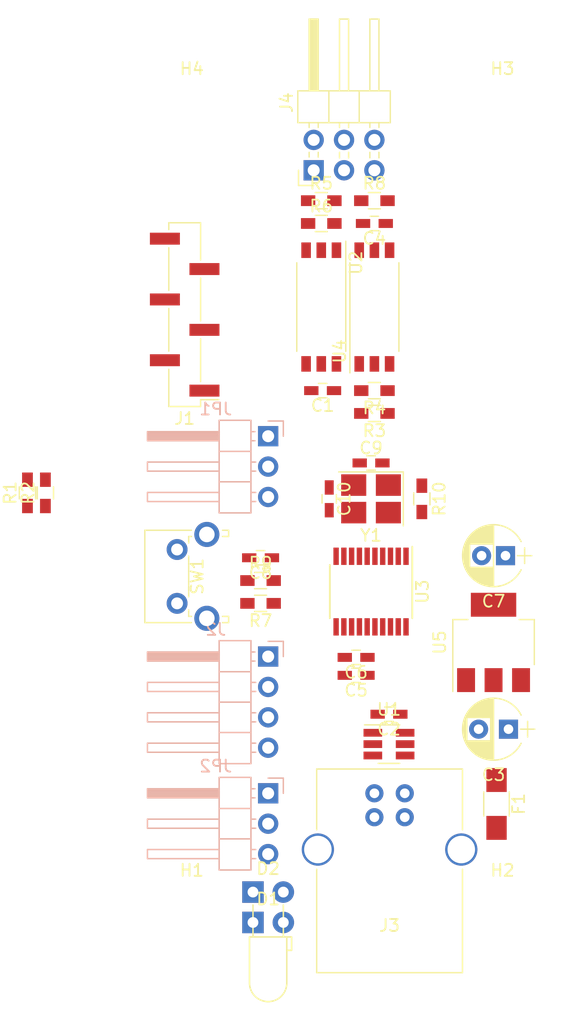
<source format=kicad_pcb>
(kicad_pcb (version 20171130) (host pcbnew 5.1.0-060a0da~80~ubuntu18.04.1)

  (general
    (thickness 1.6)
    (drawings 4)
    (tracks 0)
    (zones 0)
    (modules 40)
    (nets 32)
  )

  (page A4)
  (layers
    (0 F.Cu signal)
    (31 B.Cu signal)
    (32 B.Adhes user)
    (33 F.Adhes user)
    (34 B.Paste user)
    (35 F.Paste user)
    (36 B.SilkS user)
    (37 F.SilkS user)
    (38 B.Mask user)
    (39 F.Mask user)
    (40 Dwgs.User user)
    (41 Cmts.User user)
    (42 Eco1.User user)
    (43 Eco2.User user)
    (44 Edge.Cuts user)
    (45 Margin user)
    (46 B.CrtYd user)
    (47 F.CrtYd user)
    (48 B.Fab user)
    (49 F.Fab user)
  )

  (setup
    (last_trace_width 0.25)
    (trace_clearance 0.2)
    (zone_clearance 0.508)
    (zone_45_only no)
    (trace_min 0.2)
    (via_size 0.8)
    (via_drill 0.4)
    (via_min_size 0.4)
    (via_min_drill 0.3)
    (uvia_size 0.3)
    (uvia_drill 0.1)
    (uvias_allowed no)
    (uvia_min_size 0.2)
    (uvia_min_drill 0.1)
    (edge_width 0.05)
    (segment_width 0.2)
    (pcb_text_width 0.3)
    (pcb_text_size 1.5 1.5)
    (mod_edge_width 0.12)
    (mod_text_size 1 1)
    (mod_text_width 0.15)
    (pad_size 1.524 1.524)
    (pad_drill 0.762)
    (pad_to_mask_clearance 0.051)
    (solder_mask_min_width 0.25)
    (aux_axis_origin 0 0)
    (grid_origin 150 100)
    (visible_elements FFFFFF7F)
    (pcbplotparams
      (layerselection 0x010fc_ffffffff)
      (usegerberextensions false)
      (usegerberattributes false)
      (usegerberadvancedattributes false)
      (creategerberjobfile false)
      (excludeedgelayer true)
      (linewidth 0.100000)
      (plotframeref false)
      (viasonmask false)
      (mode 1)
      (useauxorigin false)
      (hpglpennumber 1)
      (hpglpenspeed 20)
      (hpglpendiameter 15.000000)
      (psnegative false)
      (psa4output false)
      (plotreference true)
      (plotvalue true)
      (plotinvisibletext false)
      (padsonsilk false)
      (subtractmaskfromsilk false)
      (outputformat 1)
      (mirror false)
      (drillshape 1)
      (scaleselection 1)
      (outputdirectory ""))
  )

  (net 0 "")
  (net 1 +3V3D)
  (net 2 DGND)
  (net 3 VBUS)
  (net 4 +3V3I)
  (net 5 IGND)
  (net 6 "Net-(C8-Pad1)")
  (net 7 "Net-(C9-Pad2)")
  (net 8 "Net-(C10-Pad2)")
  (net 9 "Net-(D1-Pad2)")
  (net 10 "Net-(D2-Pad2)")
  (net 11 "Net-(F1-Pad2)")
  (net 12 "Net-(J1-Pad4)")
  (net 13 "Net-(J1-Pad2)")
  (net 14 "Net-(J1-Pad5)")
  (net 15 "Net-(J1-Pad3)")
  (net 16 "Net-(J1-Pad1)")
  (net 17 /SWCLK)
  (net 18 /SWDIO)
  (net 19 "Net-(J3-Pad3)")
  (net 20 "Net-(J3-Pad2)")
  (net 21 "Net-(J4-Pad5)")
  (net 22 "Net-(J4-Pad3)")
  (net 23 "Net-(JP2-Pad3)")
  (net 24 "Net-(R1-Pad2)")
  (net 25 "Net-(R2-Pad2)")
  (net 26 "Net-(R3-Pad2)")
  (net 27 "Net-(R5-Pad2)")
  (net 28 "Net-(R8-Pad2)")
  (net 29 "Net-(R9-Pad1)")
  (net 30 /USB_DP)
  (net 31 /USB_DM)

  (net_class Default "This is the default net class."
    (clearance 0.2)
    (trace_width 0.25)
    (via_dia 0.8)
    (via_drill 0.4)
    (uvia_dia 0.3)
    (uvia_drill 0.1)
    (add_net +3V3D)
    (add_net +3V3I)
    (add_net /SWCLK)
    (add_net /SWDIO)
    (add_net /USB_DM)
    (add_net /USB_DP)
    (add_net DGND)
    (add_net IGND)
    (add_net "Net-(C10-Pad2)")
    (add_net "Net-(C8-Pad1)")
    (add_net "Net-(C9-Pad2)")
    (add_net "Net-(D1-Pad2)")
    (add_net "Net-(D2-Pad2)")
    (add_net "Net-(F1-Pad2)")
    (add_net "Net-(J1-Pad1)")
    (add_net "Net-(J1-Pad2)")
    (add_net "Net-(J1-Pad3)")
    (add_net "Net-(J1-Pad4)")
    (add_net "Net-(J1-Pad5)")
    (add_net "Net-(J3-Pad2)")
    (add_net "Net-(J3-Pad3)")
    (add_net "Net-(J4-Pad3)")
    (add_net "Net-(J4-Pad5)")
    (add_net "Net-(JP2-Pad3)")
    (add_net "Net-(R1-Pad2)")
    (add_net "Net-(R2-Pad2)")
    (add_net "Net-(R3-Pad2)")
    (add_net "Net-(R5-Pad2)")
    (add_net "Net-(R8-Pad2)")
    (add_net "Net-(R9-Pad1)")
    (add_net VBUS)
  )

  (module Capacitors_SMD:C_0603_HandSoldering (layer F.Cu) (tedit 58AA848B) (tstamp 5CAECA76)
    (at 99.95 89.205 180)
    (descr "Capacitor SMD 0603, hand soldering")
    (tags "capacitor 0603")
    (path /5CBD5CF8)
    (attr smd)
    (fp_text reference C1 (at 0 -1.25 180) (layer F.SilkS)
      (effects (font (size 1 1) (thickness 0.15)))
    )
    (fp_text value C (at 0 1.5 180) (layer F.Fab)
      (effects (font (size 1 1) (thickness 0.15)))
    )
    (fp_text user %R (at 0 -1.25 180) (layer F.Fab)
      (effects (font (size 1 1) (thickness 0.15)))
    )
    (fp_line (start -0.8 0.4) (end -0.8 -0.4) (layer F.Fab) (width 0.1))
    (fp_line (start 0.8 0.4) (end -0.8 0.4) (layer F.Fab) (width 0.1))
    (fp_line (start 0.8 -0.4) (end 0.8 0.4) (layer F.Fab) (width 0.1))
    (fp_line (start -0.8 -0.4) (end 0.8 -0.4) (layer F.Fab) (width 0.1))
    (fp_line (start -0.35 -0.6) (end 0.35 -0.6) (layer F.SilkS) (width 0.12))
    (fp_line (start 0.35 0.6) (end -0.35 0.6) (layer F.SilkS) (width 0.12))
    (fp_line (start -1.8 -0.65) (end 1.8 -0.65) (layer F.CrtYd) (width 0.05))
    (fp_line (start -1.8 -0.65) (end -1.8 0.65) (layer F.CrtYd) (width 0.05))
    (fp_line (start 1.8 0.65) (end 1.8 -0.65) (layer F.CrtYd) (width 0.05))
    (fp_line (start 1.8 0.65) (end -1.8 0.65) (layer F.CrtYd) (width 0.05))
    (pad 1 smd rect (at -0.95 0 180) (size 1.2 0.75) (layers F.Cu F.Paste F.Mask)
      (net 1 +3V3D))
    (pad 2 smd rect (at 0.95 0 180) (size 1.2 0.75) (layers F.Cu F.Paste F.Mask)
      (net 2 DGND))
    (model Capacitors_SMD.3dshapes/C_0603.wrl
      (at (xyz 0 0 0))
      (scale (xyz 1 1 1))
      (rotate (xyz 0 0 0))
    )
  )

  (module Capacitors_SMD:C_0603_HandSoldering (layer F.Cu) (tedit 58AA848B) (tstamp 5CAF668B)
    (at 105.5 116.25 180)
    (descr "Capacitor SMD 0603, hand soldering")
    (tags "capacitor 0603")
    (path /5CC85150)
    (attr smd)
    (fp_text reference C2 (at 0 -1.25 180) (layer F.SilkS)
      (effects (font (size 1 1) (thickness 0.15)))
    )
    (fp_text value 100n (at 0 1.5 180) (layer F.Fab)
      (effects (font (size 1 1) (thickness 0.15)))
    )
    (fp_text user %R (at 0 -1.25 180) (layer F.Fab)
      (effects (font (size 1 1) (thickness 0.15)))
    )
    (fp_line (start -0.8 0.4) (end -0.8 -0.4) (layer F.Fab) (width 0.1))
    (fp_line (start 0.8 0.4) (end -0.8 0.4) (layer F.Fab) (width 0.1))
    (fp_line (start 0.8 -0.4) (end 0.8 0.4) (layer F.Fab) (width 0.1))
    (fp_line (start -0.8 -0.4) (end 0.8 -0.4) (layer F.Fab) (width 0.1))
    (fp_line (start -0.35 -0.6) (end 0.35 -0.6) (layer F.SilkS) (width 0.12))
    (fp_line (start 0.35 0.6) (end -0.35 0.6) (layer F.SilkS) (width 0.12))
    (fp_line (start -1.8 -0.65) (end 1.8 -0.65) (layer F.CrtYd) (width 0.05))
    (fp_line (start -1.8 -0.65) (end -1.8 0.65) (layer F.CrtYd) (width 0.05))
    (fp_line (start 1.8 0.65) (end 1.8 -0.65) (layer F.CrtYd) (width 0.05))
    (fp_line (start 1.8 0.65) (end -1.8 0.65) (layer F.CrtYd) (width 0.05))
    (pad 1 smd rect (at -0.95 0 180) (size 1.2 0.75) (layers F.Cu F.Paste F.Mask)
      (net 3 VBUS))
    (pad 2 smd rect (at 0.95 0 180) (size 1.2 0.75) (layers F.Cu F.Paste F.Mask)
      (net 2 DGND))
    (model Capacitors_SMD.3dshapes/C_0603.wrl
      (at (xyz 0 0 0))
      (scale (xyz 1 1 1))
      (rotate (xyz 0 0 0))
    )
  )

  (module Capacitors_THT:CP_Radial_D5.0mm_P2.50mm (layer F.Cu) (tedit 597BC7C2) (tstamp 5CAECB0C)
    (at 115.5 117.5 180)
    (descr "CP, Radial series, Radial, pin pitch=2.50mm, , diameter=5mm, Electrolytic Capacitor")
    (tags "CP Radial series Radial pin pitch 2.50mm  diameter 5mm Electrolytic Capacitor")
    (path /5CAF10AB)
    (fp_text reference C3 (at 1.25 -3.81 180) (layer F.SilkS)
      (effects (font (size 1 1) (thickness 0.15)))
    )
    (fp_text value 10u (at 1.25 3.81 180) (layer F.Fab)
      (effects (font (size 1 1) (thickness 0.15)))
    )
    (fp_text user %R (at 1.25 0 180) (layer F.Fab)
      (effects (font (size 1 1) (thickness 0.15)))
    )
    (fp_line (start 4.1 -2.85) (end -1.6 -2.85) (layer F.CrtYd) (width 0.05))
    (fp_line (start 4.1 2.85) (end 4.1 -2.85) (layer F.CrtYd) (width 0.05))
    (fp_line (start -1.6 2.85) (end 4.1 2.85) (layer F.CrtYd) (width 0.05))
    (fp_line (start -1.6 -2.85) (end -1.6 2.85) (layer F.CrtYd) (width 0.05))
    (fp_line (start -1.6 -0.65) (end -1.6 0.65) (layer F.SilkS) (width 0.12))
    (fp_line (start -2.2 0) (end -1 0) (layer F.SilkS) (width 0.12))
    (fp_line (start 3.811 -0.354) (end 3.811 0.354) (layer F.SilkS) (width 0.12))
    (fp_line (start 3.771 -0.559) (end 3.771 0.559) (layer F.SilkS) (width 0.12))
    (fp_line (start 3.731 -0.707) (end 3.731 0.707) (layer F.SilkS) (width 0.12))
    (fp_line (start 3.691 -0.829) (end 3.691 0.829) (layer F.SilkS) (width 0.12))
    (fp_line (start 3.651 -0.934) (end 3.651 0.934) (layer F.SilkS) (width 0.12))
    (fp_line (start 3.611 -1.028) (end 3.611 1.028) (layer F.SilkS) (width 0.12))
    (fp_line (start 3.571 -1.112) (end 3.571 1.112) (layer F.SilkS) (width 0.12))
    (fp_line (start 3.531 -1.189) (end 3.531 1.189) (layer F.SilkS) (width 0.12))
    (fp_line (start 3.491 -1.261) (end 3.491 1.261) (layer F.SilkS) (width 0.12))
    (fp_line (start 3.451 0.98) (end 3.451 1.327) (layer F.SilkS) (width 0.12))
    (fp_line (start 3.451 -1.327) (end 3.451 -0.98) (layer F.SilkS) (width 0.12))
    (fp_line (start 3.411 0.98) (end 3.411 1.39) (layer F.SilkS) (width 0.12))
    (fp_line (start 3.411 -1.39) (end 3.411 -0.98) (layer F.SilkS) (width 0.12))
    (fp_line (start 3.371 0.98) (end 3.371 1.448) (layer F.SilkS) (width 0.12))
    (fp_line (start 3.371 -1.448) (end 3.371 -0.98) (layer F.SilkS) (width 0.12))
    (fp_line (start 3.331 0.98) (end 3.331 1.504) (layer F.SilkS) (width 0.12))
    (fp_line (start 3.331 -1.504) (end 3.331 -0.98) (layer F.SilkS) (width 0.12))
    (fp_line (start 3.291 0.98) (end 3.291 1.556) (layer F.SilkS) (width 0.12))
    (fp_line (start 3.291 -1.556) (end 3.291 -0.98) (layer F.SilkS) (width 0.12))
    (fp_line (start 3.251 0.98) (end 3.251 1.606) (layer F.SilkS) (width 0.12))
    (fp_line (start 3.251 -1.606) (end 3.251 -0.98) (layer F.SilkS) (width 0.12))
    (fp_line (start 3.211 0.98) (end 3.211 1.654) (layer F.SilkS) (width 0.12))
    (fp_line (start 3.211 -1.654) (end 3.211 -0.98) (layer F.SilkS) (width 0.12))
    (fp_line (start 3.171 0.98) (end 3.171 1.699) (layer F.SilkS) (width 0.12))
    (fp_line (start 3.171 -1.699) (end 3.171 -0.98) (layer F.SilkS) (width 0.12))
    (fp_line (start 3.131 0.98) (end 3.131 1.742) (layer F.SilkS) (width 0.12))
    (fp_line (start 3.131 -1.742) (end 3.131 -0.98) (layer F.SilkS) (width 0.12))
    (fp_line (start 3.091 0.98) (end 3.091 1.783) (layer F.SilkS) (width 0.12))
    (fp_line (start 3.091 -1.783) (end 3.091 -0.98) (layer F.SilkS) (width 0.12))
    (fp_line (start 3.051 0.98) (end 3.051 1.823) (layer F.SilkS) (width 0.12))
    (fp_line (start 3.051 -1.823) (end 3.051 -0.98) (layer F.SilkS) (width 0.12))
    (fp_line (start 3.011 0.98) (end 3.011 1.861) (layer F.SilkS) (width 0.12))
    (fp_line (start 3.011 -1.861) (end 3.011 -0.98) (layer F.SilkS) (width 0.12))
    (fp_line (start 2.971 0.98) (end 2.971 1.897) (layer F.SilkS) (width 0.12))
    (fp_line (start 2.971 -1.897) (end 2.971 -0.98) (layer F.SilkS) (width 0.12))
    (fp_line (start 2.931 0.98) (end 2.931 1.932) (layer F.SilkS) (width 0.12))
    (fp_line (start 2.931 -1.932) (end 2.931 -0.98) (layer F.SilkS) (width 0.12))
    (fp_line (start 2.891 0.98) (end 2.891 1.965) (layer F.SilkS) (width 0.12))
    (fp_line (start 2.891 -1.965) (end 2.891 -0.98) (layer F.SilkS) (width 0.12))
    (fp_line (start 2.851 0.98) (end 2.851 1.997) (layer F.SilkS) (width 0.12))
    (fp_line (start 2.851 -1.997) (end 2.851 -0.98) (layer F.SilkS) (width 0.12))
    (fp_line (start 2.811 0.98) (end 2.811 2.028) (layer F.SilkS) (width 0.12))
    (fp_line (start 2.811 -2.028) (end 2.811 -0.98) (layer F.SilkS) (width 0.12))
    (fp_line (start 2.771 0.98) (end 2.771 2.058) (layer F.SilkS) (width 0.12))
    (fp_line (start 2.771 -2.058) (end 2.771 -0.98) (layer F.SilkS) (width 0.12))
    (fp_line (start 2.731 0.98) (end 2.731 2.086) (layer F.SilkS) (width 0.12))
    (fp_line (start 2.731 -2.086) (end 2.731 -0.98) (layer F.SilkS) (width 0.12))
    (fp_line (start 2.691 0.98) (end 2.691 2.113) (layer F.SilkS) (width 0.12))
    (fp_line (start 2.691 -2.113) (end 2.691 -0.98) (layer F.SilkS) (width 0.12))
    (fp_line (start 2.651 0.98) (end 2.651 2.14) (layer F.SilkS) (width 0.12))
    (fp_line (start 2.651 -2.14) (end 2.651 -0.98) (layer F.SilkS) (width 0.12))
    (fp_line (start 2.611 0.98) (end 2.611 2.165) (layer F.SilkS) (width 0.12))
    (fp_line (start 2.611 -2.165) (end 2.611 -0.98) (layer F.SilkS) (width 0.12))
    (fp_line (start 2.571 0.98) (end 2.571 2.189) (layer F.SilkS) (width 0.12))
    (fp_line (start 2.571 -2.189) (end 2.571 -0.98) (layer F.SilkS) (width 0.12))
    (fp_line (start 2.531 0.98) (end 2.531 2.212) (layer F.SilkS) (width 0.12))
    (fp_line (start 2.531 -2.212) (end 2.531 -0.98) (layer F.SilkS) (width 0.12))
    (fp_line (start 2.491 0.98) (end 2.491 2.234) (layer F.SilkS) (width 0.12))
    (fp_line (start 2.491 -2.234) (end 2.491 -0.98) (layer F.SilkS) (width 0.12))
    (fp_line (start 2.451 0.98) (end 2.451 2.256) (layer F.SilkS) (width 0.12))
    (fp_line (start 2.451 -2.256) (end 2.451 -0.98) (layer F.SilkS) (width 0.12))
    (fp_line (start 2.411 0.98) (end 2.411 2.276) (layer F.SilkS) (width 0.12))
    (fp_line (start 2.411 -2.276) (end 2.411 -0.98) (layer F.SilkS) (width 0.12))
    (fp_line (start 2.371 0.98) (end 2.371 2.296) (layer F.SilkS) (width 0.12))
    (fp_line (start 2.371 -2.296) (end 2.371 -0.98) (layer F.SilkS) (width 0.12))
    (fp_line (start 2.331 0.98) (end 2.331 2.315) (layer F.SilkS) (width 0.12))
    (fp_line (start 2.331 -2.315) (end 2.331 -0.98) (layer F.SilkS) (width 0.12))
    (fp_line (start 2.291 0.98) (end 2.291 2.333) (layer F.SilkS) (width 0.12))
    (fp_line (start 2.291 -2.333) (end 2.291 -0.98) (layer F.SilkS) (width 0.12))
    (fp_line (start 2.251 0.98) (end 2.251 2.35) (layer F.SilkS) (width 0.12))
    (fp_line (start 2.251 -2.35) (end 2.251 -0.98) (layer F.SilkS) (width 0.12))
    (fp_line (start 2.211 0.98) (end 2.211 2.366) (layer F.SilkS) (width 0.12))
    (fp_line (start 2.211 -2.366) (end 2.211 -0.98) (layer F.SilkS) (width 0.12))
    (fp_line (start 2.171 0.98) (end 2.171 2.382) (layer F.SilkS) (width 0.12))
    (fp_line (start 2.171 -2.382) (end 2.171 -0.98) (layer F.SilkS) (width 0.12))
    (fp_line (start 2.131 0.98) (end 2.131 2.396) (layer F.SilkS) (width 0.12))
    (fp_line (start 2.131 -2.396) (end 2.131 -0.98) (layer F.SilkS) (width 0.12))
    (fp_line (start 2.091 0.98) (end 2.091 2.41) (layer F.SilkS) (width 0.12))
    (fp_line (start 2.091 -2.41) (end 2.091 -0.98) (layer F.SilkS) (width 0.12))
    (fp_line (start 2.051 0.98) (end 2.051 2.424) (layer F.SilkS) (width 0.12))
    (fp_line (start 2.051 -2.424) (end 2.051 -0.98) (layer F.SilkS) (width 0.12))
    (fp_line (start 2.011 0.98) (end 2.011 2.436) (layer F.SilkS) (width 0.12))
    (fp_line (start 2.011 -2.436) (end 2.011 -0.98) (layer F.SilkS) (width 0.12))
    (fp_line (start 1.971 0.98) (end 1.971 2.448) (layer F.SilkS) (width 0.12))
    (fp_line (start 1.971 -2.448) (end 1.971 -0.98) (layer F.SilkS) (width 0.12))
    (fp_line (start 1.93 0.98) (end 1.93 2.46) (layer F.SilkS) (width 0.12))
    (fp_line (start 1.93 -2.46) (end 1.93 -0.98) (layer F.SilkS) (width 0.12))
    (fp_line (start 1.89 0.98) (end 1.89 2.47) (layer F.SilkS) (width 0.12))
    (fp_line (start 1.89 -2.47) (end 1.89 -0.98) (layer F.SilkS) (width 0.12))
    (fp_line (start 1.85 0.98) (end 1.85 2.48) (layer F.SilkS) (width 0.12))
    (fp_line (start 1.85 -2.48) (end 1.85 -0.98) (layer F.SilkS) (width 0.12))
    (fp_line (start 1.81 0.98) (end 1.81 2.489) (layer F.SilkS) (width 0.12))
    (fp_line (start 1.81 -2.489) (end 1.81 -0.98) (layer F.SilkS) (width 0.12))
    (fp_line (start 1.77 0.98) (end 1.77 2.498) (layer F.SilkS) (width 0.12))
    (fp_line (start 1.77 -2.498) (end 1.77 -0.98) (layer F.SilkS) (width 0.12))
    (fp_line (start 1.73 0.98) (end 1.73 2.506) (layer F.SilkS) (width 0.12))
    (fp_line (start 1.73 -2.506) (end 1.73 -0.98) (layer F.SilkS) (width 0.12))
    (fp_line (start 1.69 0.98) (end 1.69 2.513) (layer F.SilkS) (width 0.12))
    (fp_line (start 1.69 -2.513) (end 1.69 -0.98) (layer F.SilkS) (width 0.12))
    (fp_line (start 1.65 0.98) (end 1.65 2.519) (layer F.SilkS) (width 0.12))
    (fp_line (start 1.65 -2.519) (end 1.65 -0.98) (layer F.SilkS) (width 0.12))
    (fp_line (start 1.61 0.98) (end 1.61 2.525) (layer F.SilkS) (width 0.12))
    (fp_line (start 1.61 -2.525) (end 1.61 -0.98) (layer F.SilkS) (width 0.12))
    (fp_line (start 1.57 0.98) (end 1.57 2.531) (layer F.SilkS) (width 0.12))
    (fp_line (start 1.57 -2.531) (end 1.57 -0.98) (layer F.SilkS) (width 0.12))
    (fp_line (start 1.53 0.98) (end 1.53 2.535) (layer F.SilkS) (width 0.12))
    (fp_line (start 1.53 -2.535) (end 1.53 -0.98) (layer F.SilkS) (width 0.12))
    (fp_line (start 1.49 -2.539) (end 1.49 2.539) (layer F.SilkS) (width 0.12))
    (fp_line (start 1.45 -2.543) (end 1.45 2.543) (layer F.SilkS) (width 0.12))
    (fp_line (start 1.41 -2.546) (end 1.41 2.546) (layer F.SilkS) (width 0.12))
    (fp_line (start 1.37 -2.548) (end 1.37 2.548) (layer F.SilkS) (width 0.12))
    (fp_line (start 1.33 -2.549) (end 1.33 2.549) (layer F.SilkS) (width 0.12))
    (fp_line (start 1.29 -2.55) (end 1.29 2.55) (layer F.SilkS) (width 0.12))
    (fp_line (start 1.25 -2.55) (end 1.25 2.55) (layer F.SilkS) (width 0.12))
    (fp_line (start -1.6 -0.65) (end -1.6 0.65) (layer F.Fab) (width 0.1))
    (fp_line (start -2.2 0) (end -1 0) (layer F.Fab) (width 0.1))
    (fp_circle (center 1.25 0) (end 3.75 0) (layer F.Fab) (width 0.1))
    (fp_arc (start 1.25 0) (end 3.55558 -1.18) (angle 54.2) (layer F.SilkS) (width 0.12))
    (fp_arc (start 1.25 0) (end -1.05558 1.18) (angle -125.8) (layer F.SilkS) (width 0.12))
    (fp_arc (start 1.25 0) (end -1.05558 -1.18) (angle 125.8) (layer F.SilkS) (width 0.12))
    (pad 2 thru_hole circle (at 2.5 0 180) (size 1.6 1.6) (drill 0.8) (layers *.Cu *.Mask)
      (net 2 DGND))
    (pad 1 thru_hole rect (at 0 0 180) (size 1.6 1.6) (drill 0.8) (layers *.Cu *.Mask)
      (net 3 VBUS))
    (model ${KISYS3DMOD}/Capacitors_THT.3dshapes/CP_Radial_D5.0mm_P2.50mm.wrl
      (at (xyz 0 0 0))
      (scale (xyz 1 1 1))
      (rotate (xyz 0 0 0))
    )
  )

  (module Capacitors_SMD:C_0603_HandSoldering (layer F.Cu) (tedit 58AA848B) (tstamp 5CAECB1D)
    (at 104.28 75.235 180)
    (descr "Capacitor SMD 0603, hand soldering")
    (tags "capacitor 0603")
    (path /5CB24FCE)
    (attr smd)
    (fp_text reference C4 (at 0 -1.25 180) (layer F.SilkS)
      (effects (font (size 1 1) (thickness 0.15)))
    )
    (fp_text value C (at 0 1.5 180) (layer F.Fab)
      (effects (font (size 1 1) (thickness 0.15)))
    )
    (fp_line (start 1.8 0.65) (end -1.8 0.65) (layer F.CrtYd) (width 0.05))
    (fp_line (start 1.8 0.65) (end 1.8 -0.65) (layer F.CrtYd) (width 0.05))
    (fp_line (start -1.8 -0.65) (end -1.8 0.65) (layer F.CrtYd) (width 0.05))
    (fp_line (start -1.8 -0.65) (end 1.8 -0.65) (layer F.CrtYd) (width 0.05))
    (fp_line (start 0.35 0.6) (end -0.35 0.6) (layer F.SilkS) (width 0.12))
    (fp_line (start -0.35 -0.6) (end 0.35 -0.6) (layer F.SilkS) (width 0.12))
    (fp_line (start -0.8 -0.4) (end 0.8 -0.4) (layer F.Fab) (width 0.1))
    (fp_line (start 0.8 -0.4) (end 0.8 0.4) (layer F.Fab) (width 0.1))
    (fp_line (start 0.8 0.4) (end -0.8 0.4) (layer F.Fab) (width 0.1))
    (fp_line (start -0.8 0.4) (end -0.8 -0.4) (layer F.Fab) (width 0.1))
    (fp_text user %R (at 0 -1.25 180) (layer F.Fab)
      (effects (font (size 1 1) (thickness 0.15)))
    )
    (pad 2 smd rect (at 0.95 0 180) (size 1.2 0.75) (layers F.Cu F.Paste F.Mask)
      (net 4 +3V3I))
    (pad 1 smd rect (at -0.95 0 180) (size 1.2 0.75) (layers F.Cu F.Paste F.Mask)
      (net 5 IGND))
    (model Capacitors_SMD.3dshapes/C_0603.wrl
      (at (xyz 0 0 0))
      (scale (xyz 1 1 1))
      (rotate (xyz 0 0 0))
    )
  )

  (module Capacitors_SMD:C_0603_HandSoldering (layer F.Cu) (tedit 58AA848B) (tstamp 5CAF32D6)
    (at 102.75 113 180)
    (descr "Capacitor SMD 0603, hand soldering")
    (tags "capacitor 0603")
    (path /5CB0379A)
    (attr smd)
    (fp_text reference C5 (at 0 -1.25 180) (layer F.SilkS)
      (effects (font (size 1 1) (thickness 0.15)))
    )
    (fp_text value 4u7 (at 0 1.495 180) (layer F.Fab)
      (effects (font (size 1 1) (thickness 0.15)))
    )
    (fp_line (start 1.8 0.65) (end -1.8 0.65) (layer F.CrtYd) (width 0.05))
    (fp_line (start 1.8 0.65) (end 1.8 -0.65) (layer F.CrtYd) (width 0.05))
    (fp_line (start -1.8 -0.65) (end -1.8 0.65) (layer F.CrtYd) (width 0.05))
    (fp_line (start -1.8 -0.65) (end 1.8 -0.65) (layer F.CrtYd) (width 0.05))
    (fp_line (start 0.35 0.6) (end -0.35 0.6) (layer F.SilkS) (width 0.12))
    (fp_line (start -0.35 -0.6) (end 0.35 -0.6) (layer F.SilkS) (width 0.12))
    (fp_line (start -0.8 -0.4) (end 0.8 -0.4) (layer F.Fab) (width 0.1))
    (fp_line (start 0.8 -0.4) (end 0.8 0.4) (layer F.Fab) (width 0.1))
    (fp_line (start 0.8 0.4) (end -0.8 0.4) (layer F.Fab) (width 0.1))
    (fp_line (start -0.8 0.4) (end -0.8 -0.4) (layer F.Fab) (width 0.1))
    (fp_text user %R (at 0 -1.25 180) (layer F.Fab)
      (effects (font (size 1 1) (thickness 0.15)))
    )
    (pad 2 smd rect (at 0.95 0 180) (size 1.2 0.75) (layers F.Cu F.Paste F.Mask)
      (net 2 DGND))
    (pad 1 smd rect (at -0.95 0 180) (size 1.2 0.75) (layers F.Cu F.Paste F.Mask)
      (net 1 +3V3D))
    (model Capacitors_SMD.3dshapes/C_0603.wrl
      (at (xyz 0 0 0))
      (scale (xyz 1 1 1))
      (rotate (xyz 0 0 0))
    )
  )

  (module Capacitors_SMD:C_0603_HandSoldering (layer F.Cu) (tedit 58AA848B) (tstamp 5CAECB3F)
    (at 102.75 111.5 180)
    (descr "Capacitor SMD 0603, hand soldering")
    (tags "capacitor 0603")
    (path /5CB0304F)
    (attr smd)
    (fp_text reference C6 (at 0 -1.25 180) (layer F.SilkS)
      (effects (font (size 1 1) (thickness 0.15)))
    )
    (fp_text value 100n (at 0 1.5 180) (layer F.Fab)
      (effects (font (size 1 1) (thickness 0.15)))
    )
    (fp_text user %R (at 0 -1.25 180) (layer F.Fab)
      (effects (font (size 1 1) (thickness 0.15)))
    )
    (fp_line (start -0.8 0.4) (end -0.8 -0.4) (layer F.Fab) (width 0.1))
    (fp_line (start 0.8 0.4) (end -0.8 0.4) (layer F.Fab) (width 0.1))
    (fp_line (start 0.8 -0.4) (end 0.8 0.4) (layer F.Fab) (width 0.1))
    (fp_line (start -0.8 -0.4) (end 0.8 -0.4) (layer F.Fab) (width 0.1))
    (fp_line (start -0.35 -0.6) (end 0.35 -0.6) (layer F.SilkS) (width 0.12))
    (fp_line (start 0.35 0.6) (end -0.35 0.6) (layer F.SilkS) (width 0.12))
    (fp_line (start -1.8 -0.65) (end 1.8 -0.65) (layer F.CrtYd) (width 0.05))
    (fp_line (start -1.8 -0.65) (end -1.8 0.65) (layer F.CrtYd) (width 0.05))
    (fp_line (start 1.8 0.65) (end 1.8 -0.65) (layer F.CrtYd) (width 0.05))
    (fp_line (start 1.8 0.65) (end -1.8 0.65) (layer F.CrtYd) (width 0.05))
    (pad 1 smd rect (at -0.95 0 180) (size 1.2 0.75) (layers F.Cu F.Paste F.Mask)
      (net 1 +3V3D))
    (pad 2 smd rect (at 0.95 0 180) (size 1.2 0.75) (layers F.Cu F.Paste F.Mask)
      (net 2 DGND))
    (model Capacitors_SMD.3dshapes/C_0603.wrl
      (at (xyz 0 0 0))
      (scale (xyz 1 1 1))
      (rotate (xyz 0 0 0))
    )
  )

  (module Capacitors_THT:CP_Radial_D5.0mm_P2.00mm (layer F.Cu) (tedit 597BC7C2) (tstamp 5CAECBC4)
    (at 115.25 103 180)
    (descr "CP, Radial series, Radial, pin pitch=2.00mm, , diameter=5mm, Electrolytic Capacitor")
    (tags "CP Radial series Radial pin pitch 2.00mm  diameter 5mm Electrolytic Capacitor")
    (path /5CAF0CC1)
    (fp_text reference C7 (at 1 -3.81 180) (layer F.SilkS)
      (effects (font (size 1 1) (thickness 0.15)))
    )
    (fp_text value 10u (at 1 3.81 180) (layer F.Fab)
      (effects (font (size 1 1) (thickness 0.15)))
    )
    (fp_text user %R (at 1 0 180) (layer F.Fab)
      (effects (font (size 1 1) (thickness 0.15)))
    )
    (fp_line (start 3.85 -2.85) (end -1.85 -2.85) (layer F.CrtYd) (width 0.05))
    (fp_line (start 3.85 2.85) (end 3.85 -2.85) (layer F.CrtYd) (width 0.05))
    (fp_line (start -1.85 2.85) (end 3.85 2.85) (layer F.CrtYd) (width 0.05))
    (fp_line (start -1.85 -2.85) (end -1.85 2.85) (layer F.CrtYd) (width 0.05))
    (fp_line (start -1.6 -0.65) (end -1.6 0.65) (layer F.SilkS) (width 0.12))
    (fp_line (start -2.2 0) (end -1 0) (layer F.SilkS) (width 0.12))
    (fp_line (start 3.561 -0.354) (end 3.561 0.354) (layer F.SilkS) (width 0.12))
    (fp_line (start 3.521 -0.559) (end 3.521 0.559) (layer F.SilkS) (width 0.12))
    (fp_line (start 3.481 -0.707) (end 3.481 0.707) (layer F.SilkS) (width 0.12))
    (fp_line (start 3.441 -0.829) (end 3.441 0.829) (layer F.SilkS) (width 0.12))
    (fp_line (start 3.401 -0.934) (end 3.401 0.934) (layer F.SilkS) (width 0.12))
    (fp_line (start 3.361 -1.028) (end 3.361 1.028) (layer F.SilkS) (width 0.12))
    (fp_line (start 3.321 -1.112) (end 3.321 1.112) (layer F.SilkS) (width 0.12))
    (fp_line (start 3.281 -1.189) (end 3.281 1.189) (layer F.SilkS) (width 0.12))
    (fp_line (start 3.241 -1.261) (end 3.241 1.261) (layer F.SilkS) (width 0.12))
    (fp_line (start 3.201 -1.327) (end 3.201 1.327) (layer F.SilkS) (width 0.12))
    (fp_line (start 3.161 -1.39) (end 3.161 1.39) (layer F.SilkS) (width 0.12))
    (fp_line (start 3.121 -1.448) (end 3.121 1.448) (layer F.SilkS) (width 0.12))
    (fp_line (start 3.081 -1.504) (end 3.081 1.504) (layer F.SilkS) (width 0.12))
    (fp_line (start 3.041 -1.556) (end 3.041 1.556) (layer F.SilkS) (width 0.12))
    (fp_line (start 3.001 -1.606) (end 3.001 1.606) (layer F.SilkS) (width 0.12))
    (fp_line (start 2.961 0.98) (end 2.961 1.654) (layer F.SilkS) (width 0.12))
    (fp_line (start 2.961 -1.654) (end 2.961 -0.98) (layer F.SilkS) (width 0.12))
    (fp_line (start 2.921 0.98) (end 2.921 1.699) (layer F.SilkS) (width 0.12))
    (fp_line (start 2.921 -1.699) (end 2.921 -0.98) (layer F.SilkS) (width 0.12))
    (fp_line (start 2.881 0.98) (end 2.881 1.742) (layer F.SilkS) (width 0.12))
    (fp_line (start 2.881 -1.742) (end 2.881 -0.98) (layer F.SilkS) (width 0.12))
    (fp_line (start 2.841 0.98) (end 2.841 1.783) (layer F.SilkS) (width 0.12))
    (fp_line (start 2.841 -1.783) (end 2.841 -0.98) (layer F.SilkS) (width 0.12))
    (fp_line (start 2.801 0.98) (end 2.801 1.823) (layer F.SilkS) (width 0.12))
    (fp_line (start 2.801 -1.823) (end 2.801 -0.98) (layer F.SilkS) (width 0.12))
    (fp_line (start 2.761 0.98) (end 2.761 1.861) (layer F.SilkS) (width 0.12))
    (fp_line (start 2.761 -1.861) (end 2.761 -0.98) (layer F.SilkS) (width 0.12))
    (fp_line (start 2.721 0.98) (end 2.721 1.897) (layer F.SilkS) (width 0.12))
    (fp_line (start 2.721 -1.897) (end 2.721 -0.98) (layer F.SilkS) (width 0.12))
    (fp_line (start 2.681 0.98) (end 2.681 1.932) (layer F.SilkS) (width 0.12))
    (fp_line (start 2.681 -1.932) (end 2.681 -0.98) (layer F.SilkS) (width 0.12))
    (fp_line (start 2.641 0.98) (end 2.641 1.965) (layer F.SilkS) (width 0.12))
    (fp_line (start 2.641 -1.965) (end 2.641 -0.98) (layer F.SilkS) (width 0.12))
    (fp_line (start 2.601 0.98) (end 2.601 1.997) (layer F.SilkS) (width 0.12))
    (fp_line (start 2.601 -1.997) (end 2.601 -0.98) (layer F.SilkS) (width 0.12))
    (fp_line (start 2.561 0.98) (end 2.561 2.028) (layer F.SilkS) (width 0.12))
    (fp_line (start 2.561 -2.028) (end 2.561 -0.98) (layer F.SilkS) (width 0.12))
    (fp_line (start 2.521 0.98) (end 2.521 2.058) (layer F.SilkS) (width 0.12))
    (fp_line (start 2.521 -2.058) (end 2.521 -0.98) (layer F.SilkS) (width 0.12))
    (fp_line (start 2.481 0.98) (end 2.481 2.086) (layer F.SilkS) (width 0.12))
    (fp_line (start 2.481 -2.086) (end 2.481 -0.98) (layer F.SilkS) (width 0.12))
    (fp_line (start 2.441 0.98) (end 2.441 2.113) (layer F.SilkS) (width 0.12))
    (fp_line (start 2.441 -2.113) (end 2.441 -0.98) (layer F.SilkS) (width 0.12))
    (fp_line (start 2.401 0.98) (end 2.401 2.14) (layer F.SilkS) (width 0.12))
    (fp_line (start 2.401 -2.14) (end 2.401 -0.98) (layer F.SilkS) (width 0.12))
    (fp_line (start 2.361 0.98) (end 2.361 2.165) (layer F.SilkS) (width 0.12))
    (fp_line (start 2.361 -2.165) (end 2.361 -0.98) (layer F.SilkS) (width 0.12))
    (fp_line (start 2.321 0.98) (end 2.321 2.189) (layer F.SilkS) (width 0.12))
    (fp_line (start 2.321 -2.189) (end 2.321 -0.98) (layer F.SilkS) (width 0.12))
    (fp_line (start 2.281 0.98) (end 2.281 2.212) (layer F.SilkS) (width 0.12))
    (fp_line (start 2.281 -2.212) (end 2.281 -0.98) (layer F.SilkS) (width 0.12))
    (fp_line (start 2.241 0.98) (end 2.241 2.234) (layer F.SilkS) (width 0.12))
    (fp_line (start 2.241 -2.234) (end 2.241 -0.98) (layer F.SilkS) (width 0.12))
    (fp_line (start 2.201 0.98) (end 2.201 2.256) (layer F.SilkS) (width 0.12))
    (fp_line (start 2.201 -2.256) (end 2.201 -0.98) (layer F.SilkS) (width 0.12))
    (fp_line (start 2.161 0.98) (end 2.161 2.276) (layer F.SilkS) (width 0.12))
    (fp_line (start 2.161 -2.276) (end 2.161 -0.98) (layer F.SilkS) (width 0.12))
    (fp_line (start 2.121 0.98) (end 2.121 2.296) (layer F.SilkS) (width 0.12))
    (fp_line (start 2.121 -2.296) (end 2.121 -0.98) (layer F.SilkS) (width 0.12))
    (fp_line (start 2.081 0.98) (end 2.081 2.315) (layer F.SilkS) (width 0.12))
    (fp_line (start 2.081 -2.315) (end 2.081 -0.98) (layer F.SilkS) (width 0.12))
    (fp_line (start 2.041 0.98) (end 2.041 2.333) (layer F.SilkS) (width 0.12))
    (fp_line (start 2.041 -2.333) (end 2.041 -0.98) (layer F.SilkS) (width 0.12))
    (fp_line (start 2.001 0.98) (end 2.001 2.35) (layer F.SilkS) (width 0.12))
    (fp_line (start 2.001 -2.35) (end 2.001 -0.98) (layer F.SilkS) (width 0.12))
    (fp_line (start 1.961 0.98) (end 1.961 2.366) (layer F.SilkS) (width 0.12))
    (fp_line (start 1.961 -2.366) (end 1.961 -0.98) (layer F.SilkS) (width 0.12))
    (fp_line (start 1.921 0.98) (end 1.921 2.382) (layer F.SilkS) (width 0.12))
    (fp_line (start 1.921 -2.382) (end 1.921 -0.98) (layer F.SilkS) (width 0.12))
    (fp_line (start 1.881 0.98) (end 1.881 2.396) (layer F.SilkS) (width 0.12))
    (fp_line (start 1.881 -2.396) (end 1.881 -0.98) (layer F.SilkS) (width 0.12))
    (fp_line (start 1.841 0.98) (end 1.841 2.41) (layer F.SilkS) (width 0.12))
    (fp_line (start 1.841 -2.41) (end 1.841 -0.98) (layer F.SilkS) (width 0.12))
    (fp_line (start 1.801 0.98) (end 1.801 2.424) (layer F.SilkS) (width 0.12))
    (fp_line (start 1.801 -2.424) (end 1.801 -0.98) (layer F.SilkS) (width 0.12))
    (fp_line (start 1.761 0.98) (end 1.761 2.436) (layer F.SilkS) (width 0.12))
    (fp_line (start 1.761 -2.436) (end 1.761 -0.98) (layer F.SilkS) (width 0.12))
    (fp_line (start 1.721 0.98) (end 1.721 2.448) (layer F.SilkS) (width 0.12))
    (fp_line (start 1.721 -2.448) (end 1.721 -0.98) (layer F.SilkS) (width 0.12))
    (fp_line (start 1.68 0.98) (end 1.68 2.46) (layer F.SilkS) (width 0.12))
    (fp_line (start 1.68 -2.46) (end 1.68 -0.98) (layer F.SilkS) (width 0.12))
    (fp_line (start 1.64 0.98) (end 1.64 2.47) (layer F.SilkS) (width 0.12))
    (fp_line (start 1.64 -2.47) (end 1.64 -0.98) (layer F.SilkS) (width 0.12))
    (fp_line (start 1.6 0.98) (end 1.6 2.48) (layer F.SilkS) (width 0.12))
    (fp_line (start 1.6 -2.48) (end 1.6 -0.98) (layer F.SilkS) (width 0.12))
    (fp_line (start 1.56 0.98) (end 1.56 2.489) (layer F.SilkS) (width 0.12))
    (fp_line (start 1.56 -2.489) (end 1.56 -0.98) (layer F.SilkS) (width 0.12))
    (fp_line (start 1.52 0.98) (end 1.52 2.498) (layer F.SilkS) (width 0.12))
    (fp_line (start 1.52 -2.498) (end 1.52 -0.98) (layer F.SilkS) (width 0.12))
    (fp_line (start 1.48 0.98) (end 1.48 2.506) (layer F.SilkS) (width 0.12))
    (fp_line (start 1.48 -2.506) (end 1.48 -0.98) (layer F.SilkS) (width 0.12))
    (fp_line (start 1.44 0.98) (end 1.44 2.513) (layer F.SilkS) (width 0.12))
    (fp_line (start 1.44 -2.513) (end 1.44 -0.98) (layer F.SilkS) (width 0.12))
    (fp_line (start 1.4 0.98) (end 1.4 2.519) (layer F.SilkS) (width 0.12))
    (fp_line (start 1.4 -2.519) (end 1.4 -0.98) (layer F.SilkS) (width 0.12))
    (fp_line (start 1.36 0.98) (end 1.36 2.525) (layer F.SilkS) (width 0.12))
    (fp_line (start 1.36 -2.525) (end 1.36 -0.98) (layer F.SilkS) (width 0.12))
    (fp_line (start 1.32 0.98) (end 1.32 2.531) (layer F.SilkS) (width 0.12))
    (fp_line (start 1.32 -2.531) (end 1.32 -0.98) (layer F.SilkS) (width 0.12))
    (fp_line (start 1.28 0.98) (end 1.28 2.535) (layer F.SilkS) (width 0.12))
    (fp_line (start 1.28 -2.535) (end 1.28 -0.98) (layer F.SilkS) (width 0.12))
    (fp_line (start 1.24 0.98) (end 1.24 2.539) (layer F.SilkS) (width 0.12))
    (fp_line (start 1.24 -2.539) (end 1.24 -0.98) (layer F.SilkS) (width 0.12))
    (fp_line (start 1.2 0.98) (end 1.2 2.543) (layer F.SilkS) (width 0.12))
    (fp_line (start 1.2 -2.543) (end 1.2 -0.98) (layer F.SilkS) (width 0.12))
    (fp_line (start 1.16 0.98) (end 1.16 2.546) (layer F.SilkS) (width 0.12))
    (fp_line (start 1.16 -2.546) (end 1.16 -0.98) (layer F.SilkS) (width 0.12))
    (fp_line (start 1.12 0.98) (end 1.12 2.548) (layer F.SilkS) (width 0.12))
    (fp_line (start 1.12 -2.548) (end 1.12 -0.98) (layer F.SilkS) (width 0.12))
    (fp_line (start 1.08 0.98) (end 1.08 2.549) (layer F.SilkS) (width 0.12))
    (fp_line (start 1.08 -2.549) (end 1.08 -0.98) (layer F.SilkS) (width 0.12))
    (fp_line (start 1.04 0.98) (end 1.04 2.55) (layer F.SilkS) (width 0.12))
    (fp_line (start 1.04 -2.55) (end 1.04 -0.98) (layer F.SilkS) (width 0.12))
    (fp_line (start 1 -2.55) (end 1 2.55) (layer F.SilkS) (width 0.12))
    (fp_line (start -1.6 -0.65) (end -1.6 0.65) (layer F.Fab) (width 0.1))
    (fp_line (start -2.2 0) (end -1 0) (layer F.Fab) (width 0.1))
    (fp_circle (center 1 0) (end 3.5 0) (layer F.Fab) (width 0.1))
    (fp_arc (start 1 0) (end 3.30558 -1.18) (angle 54.2) (layer F.SilkS) (width 0.12))
    (fp_arc (start 1 0) (end -1.30558 1.18) (angle -125.8) (layer F.SilkS) (width 0.12))
    (fp_arc (start 1 0) (end -1.30558 -1.18) (angle 125.8) (layer F.SilkS) (width 0.12))
    (pad 2 thru_hole circle (at 2 0 180) (size 1.6 1.6) (drill 0.8) (layers *.Cu *.Mask)
      (net 2 DGND))
    (pad 1 thru_hole rect (at 0 0 180) (size 1.6 1.6) (drill 0.8) (layers *.Cu *.Mask)
      (net 1 +3V3D))
    (model ${KISYS3DMOD}/Capacitors_THT.3dshapes/CP_Radial_D5.0mm_P2.00mm.wrl
      (at (xyz 0 0 0))
      (scale (xyz 1 1 1))
      (rotate (xyz 0 0 0))
    )
  )

  (module Capacitors_SMD:C_0603_HandSoldering (layer F.Cu) (tedit 58AA848B) (tstamp 5CAECBD5)
    (at 94.755 103.175 180)
    (descr "Capacitor SMD 0603, hand soldering")
    (tags "capacitor 0603")
    (path /5CDA242A)
    (attr smd)
    (fp_text reference C8 (at 0 -1.25 180) (layer F.SilkS)
      (effects (font (size 1 1) (thickness 0.15)))
    )
    (fp_text value 100n (at 0 1.5 180) (layer F.Fab)
      (effects (font (size 1 1) (thickness 0.15)))
    )
    (fp_line (start 1.8 0.65) (end -1.8 0.65) (layer F.CrtYd) (width 0.05))
    (fp_line (start 1.8 0.65) (end 1.8 -0.65) (layer F.CrtYd) (width 0.05))
    (fp_line (start -1.8 -0.65) (end -1.8 0.65) (layer F.CrtYd) (width 0.05))
    (fp_line (start -1.8 -0.65) (end 1.8 -0.65) (layer F.CrtYd) (width 0.05))
    (fp_line (start 0.35 0.6) (end -0.35 0.6) (layer F.SilkS) (width 0.12))
    (fp_line (start -0.35 -0.6) (end 0.35 -0.6) (layer F.SilkS) (width 0.12))
    (fp_line (start -0.8 -0.4) (end 0.8 -0.4) (layer F.Fab) (width 0.1))
    (fp_line (start 0.8 -0.4) (end 0.8 0.4) (layer F.Fab) (width 0.1))
    (fp_line (start 0.8 0.4) (end -0.8 0.4) (layer F.Fab) (width 0.1))
    (fp_line (start -0.8 0.4) (end -0.8 -0.4) (layer F.Fab) (width 0.1))
    (fp_text user %R (at 0 -1.25 180) (layer F.Fab)
      (effects (font (size 1 1) (thickness 0.15)))
    )
    (pad 2 smd rect (at 0.95 0 180) (size 1.2 0.75) (layers F.Cu F.Paste F.Mask)
      (net 2 DGND))
    (pad 1 smd rect (at -0.95 0 180) (size 1.2 0.75) (layers F.Cu F.Paste F.Mask)
      (net 6 "Net-(C8-Pad1)"))
    (model Capacitors_SMD.3dshapes/C_0603.wrl
      (at (xyz 0 0 0))
      (scale (xyz 1 1 1))
      (rotate (xyz 0 0 0))
    )
  )

  (module Capacitors_SMD:C_0603_HandSoldering (layer F.Cu) (tedit 58AA848B) (tstamp 5CAECBE6)
    (at 104 95.25)
    (descr "Capacitor SMD 0603, hand soldering")
    (tags "capacitor 0603")
    (path /5CB09212)
    (attr smd)
    (fp_text reference C9 (at 0 -1.25) (layer F.SilkS)
      (effects (font (size 1 1) (thickness 0.15)))
    )
    (fp_text value 18p (at 0 1.5) (layer F.Fab)
      (effects (font (size 1 1) (thickness 0.15)))
    )
    (fp_text user %R (at 0 -1.25) (layer F.Fab)
      (effects (font (size 1 1) (thickness 0.15)))
    )
    (fp_line (start -0.8 0.4) (end -0.8 -0.4) (layer F.Fab) (width 0.1))
    (fp_line (start 0.8 0.4) (end -0.8 0.4) (layer F.Fab) (width 0.1))
    (fp_line (start 0.8 -0.4) (end 0.8 0.4) (layer F.Fab) (width 0.1))
    (fp_line (start -0.8 -0.4) (end 0.8 -0.4) (layer F.Fab) (width 0.1))
    (fp_line (start -0.35 -0.6) (end 0.35 -0.6) (layer F.SilkS) (width 0.12))
    (fp_line (start 0.35 0.6) (end -0.35 0.6) (layer F.SilkS) (width 0.12))
    (fp_line (start -1.8 -0.65) (end 1.8 -0.65) (layer F.CrtYd) (width 0.05))
    (fp_line (start -1.8 -0.65) (end -1.8 0.65) (layer F.CrtYd) (width 0.05))
    (fp_line (start 1.8 0.65) (end 1.8 -0.65) (layer F.CrtYd) (width 0.05))
    (fp_line (start 1.8 0.65) (end -1.8 0.65) (layer F.CrtYd) (width 0.05))
    (pad 1 smd rect (at -0.95 0) (size 1.2 0.75) (layers F.Cu F.Paste F.Mask)
      (net 2 DGND))
    (pad 2 smd rect (at 0.95 0) (size 1.2 0.75) (layers F.Cu F.Paste F.Mask)
      (net 7 "Net-(C9-Pad2)"))
    (model Capacitors_SMD.3dshapes/C_0603.wrl
      (at (xyz 0 0 0))
      (scale (xyz 1 1 1))
      (rotate (xyz 0 0 0))
    )
  )

  (module Capacitors_SMD:C_0603_HandSoldering (layer F.Cu) (tedit 58AA848B) (tstamp 5CAECBF7)
    (at 100.5 98.25 270)
    (descr "Capacitor SMD 0603, hand soldering")
    (tags "capacitor 0603")
    (path /5CB0B993)
    (attr smd)
    (fp_text reference C10 (at 0 -1.25 270) (layer F.SilkS)
      (effects (font (size 1 1) (thickness 0.15)))
    )
    (fp_text value 18p (at 0 1.5 270) (layer F.Fab)
      (effects (font (size 1 1) (thickness 0.15)))
    )
    (fp_line (start 1.8 0.65) (end -1.8 0.65) (layer F.CrtYd) (width 0.05))
    (fp_line (start 1.8 0.65) (end 1.8 -0.65) (layer F.CrtYd) (width 0.05))
    (fp_line (start -1.8 -0.65) (end -1.8 0.65) (layer F.CrtYd) (width 0.05))
    (fp_line (start -1.8 -0.65) (end 1.8 -0.65) (layer F.CrtYd) (width 0.05))
    (fp_line (start 0.35 0.6) (end -0.35 0.6) (layer F.SilkS) (width 0.12))
    (fp_line (start -0.35 -0.6) (end 0.35 -0.6) (layer F.SilkS) (width 0.12))
    (fp_line (start -0.8 -0.4) (end 0.8 -0.4) (layer F.Fab) (width 0.1))
    (fp_line (start 0.8 -0.4) (end 0.8 0.4) (layer F.Fab) (width 0.1))
    (fp_line (start 0.8 0.4) (end -0.8 0.4) (layer F.Fab) (width 0.1))
    (fp_line (start -0.8 0.4) (end -0.8 -0.4) (layer F.Fab) (width 0.1))
    (fp_text user %R (at 0 -1.25 270) (layer F.Fab)
      (effects (font (size 1 1) (thickness 0.15)))
    )
    (pad 2 smd rect (at 0.95 0 270) (size 1.2 0.75) (layers F.Cu F.Paste F.Mask)
      (net 8 "Net-(C10-Pad2)"))
    (pad 1 smd rect (at -0.95 0 270) (size 1.2 0.75) (layers F.Cu F.Paste F.Mask)
      (net 2 DGND))
    (model Capacitors_SMD.3dshapes/C_0603.wrl
      (at (xyz 0 0 0))
      (scale (xyz 1 1 1))
      (rotate (xyz 0 0 0))
    )
  )

  (module LEDs:LED_D3.0mm_Horizontal_O1.27mm_Z2.0mm (layer F.Cu) (tedit 5880A862) (tstamp 5CAECC21)
    (at 94.12 133.655)
    (descr "LED, diameter 3.0mm z-position of LED center 2.0mm, 2 pins")
    (tags "LED diameter 3.0mm z-position of LED center 2.0mm 2 pins")
    (path /5CDF12C9)
    (fp_text reference D1 (at 1.27 -1.96) (layer F.SilkS)
      (effects (font (size 1 1) (thickness 0.15)))
    )
    (fp_text value LED (at 1.27 7.63) (layer F.Fab)
      (effects (font (size 1 1) (thickness 0.15)))
    )
    (fp_line (start 3.75 -1.25) (end -1.25 -1.25) (layer F.CrtYd) (width 0.05))
    (fp_line (start 3.75 6.9) (end 3.75 -1.25) (layer F.CrtYd) (width 0.05))
    (fp_line (start -1.25 6.9) (end 3.75 6.9) (layer F.CrtYd) (width 0.05))
    (fp_line (start -1.25 -1.25) (end -1.25 6.9) (layer F.CrtYd) (width 0.05))
    (fp_line (start 2.54 1.08) (end 2.54 1.08) (layer F.SilkS) (width 0.12))
    (fp_line (start 2.54 1.21) (end 2.54 1.08) (layer F.SilkS) (width 0.12))
    (fp_line (start 2.54 1.21) (end 2.54 1.21) (layer F.SilkS) (width 0.12))
    (fp_line (start 2.54 1.08) (end 2.54 1.21) (layer F.SilkS) (width 0.12))
    (fp_line (start 0 1.08) (end 0 1.08) (layer F.SilkS) (width 0.12))
    (fp_line (start 0 1.21) (end 0 1.08) (layer F.SilkS) (width 0.12))
    (fp_line (start 0 1.21) (end 0 1.21) (layer F.SilkS) (width 0.12))
    (fp_line (start 0 1.08) (end 0 1.21) (layer F.SilkS) (width 0.12))
    (fp_line (start 2.83 1.21) (end 3.23 1.21) (layer F.SilkS) (width 0.12))
    (fp_line (start 2.83 2.33) (end 2.83 1.21) (layer F.SilkS) (width 0.12))
    (fp_line (start 3.23 2.33) (end 2.83 2.33) (layer F.SilkS) (width 0.12))
    (fp_line (start 3.23 1.21) (end 3.23 2.33) (layer F.SilkS) (width 0.12))
    (fp_line (start -0.29 1.21) (end 2.83 1.21) (layer F.SilkS) (width 0.12))
    (fp_line (start 2.83 1.21) (end 2.83 5.07) (layer F.SilkS) (width 0.12))
    (fp_line (start -0.29 1.21) (end -0.29 5.07) (layer F.SilkS) (width 0.12))
    (fp_line (start 2.54 0) (end 2.54 0) (layer F.Fab) (width 0.1))
    (fp_line (start 2.54 1.27) (end 2.54 0) (layer F.Fab) (width 0.1))
    (fp_line (start 2.54 1.27) (end 2.54 1.27) (layer F.Fab) (width 0.1))
    (fp_line (start 2.54 0) (end 2.54 1.27) (layer F.Fab) (width 0.1))
    (fp_line (start 0 0) (end 0 0) (layer F.Fab) (width 0.1))
    (fp_line (start 0 1.27) (end 0 0) (layer F.Fab) (width 0.1))
    (fp_line (start 0 1.27) (end 0 1.27) (layer F.Fab) (width 0.1))
    (fp_line (start 0 0) (end 0 1.27) (layer F.Fab) (width 0.1))
    (fp_line (start 2.77 1.27) (end 3.17 1.27) (layer F.Fab) (width 0.1))
    (fp_line (start 2.77 2.27) (end 2.77 1.27) (layer F.Fab) (width 0.1))
    (fp_line (start 3.17 2.27) (end 2.77 2.27) (layer F.Fab) (width 0.1))
    (fp_line (start 3.17 1.27) (end 3.17 2.27) (layer F.Fab) (width 0.1))
    (fp_line (start -0.23 1.27) (end 2.77 1.27) (layer F.Fab) (width 0.1))
    (fp_line (start 2.77 1.27) (end 2.77 5.07) (layer F.Fab) (width 0.1))
    (fp_line (start -0.23 1.27) (end -0.23 5.07) (layer F.Fab) (width 0.1))
    (fp_arc (start 1.27 5.07) (end -0.29 5.07) (angle -180) (layer F.SilkS) (width 0.12))
    (fp_arc (start 1.27 5.07) (end -0.23 5.07) (angle -180) (layer F.Fab) (width 0.1))
    (pad 2 thru_hole circle (at 2.54 0) (size 1.8 1.8) (drill 0.9) (layers *.Cu *.Mask)
      (net 9 "Net-(D1-Pad2)"))
    (pad 1 thru_hole rect (at 0 0) (size 1.8 1.8) (drill 0.9) (layers *.Cu *.Mask)
      (net 2 DGND))
    (model ${KISYS3DMOD}/LEDs.3dshapes/LED_D3.0mm_Horizontal_O1.27mm_Z2.0mm.wrl
      (at (xyz 0 0 0))
      (scale (xyz 0.393701 0.393701 0.393701))
      (rotate (xyz 0 0 0))
    )
  )

  (module LEDs:LED_D3.0mm_Horizontal_O3.81mm_Z6.0mm (layer F.Cu) (tedit 5880A862) (tstamp 5CAECC4B)
    (at 94.12 131.115)
    (descr "LED, diameter 3.0mm z-position of LED center 2.0mm, 2 pins, diameter 3.0mm z-position of LED center 2.0mm, 2 pins, diameter 3.0mm z-position of LED center 2.0mm, 2 pins, diameter 3.0mm z-position of LED center 6.0mm, 2 pins, diameter 3.0mm z-position of LED center 6.0mm, 2 pins")
    (tags "LED diameter 3.0mm z-position of LED center 2.0mm 2 pins diameter 3.0mm z-position of LED center 2.0mm 2 pins diameter 3.0mm z-position of LED center 2.0mm 2 pins diameter 3.0mm z-position of LED center 6.0mm 2 pins diameter 3.0mm z-position of LED center 6.0mm 2 pins")
    (path /5CDF1748)
    (fp_text reference D2 (at 1.27 -1.96) (layer F.SilkS)
      (effects (font (size 1 1) (thickness 0.15)))
    )
    (fp_text value LED (at 1.27 10.17) (layer F.Fab)
      (effects (font (size 1 1) (thickness 0.15)))
    )
    (fp_line (start 3.75 -1.25) (end -1.25 -1.25) (layer F.CrtYd) (width 0.05))
    (fp_line (start 3.75 9.45) (end 3.75 -1.25) (layer F.CrtYd) (width 0.05))
    (fp_line (start -1.25 9.45) (end 3.75 9.45) (layer F.CrtYd) (width 0.05))
    (fp_line (start -1.25 -1.25) (end -1.25 9.45) (layer F.CrtYd) (width 0.05))
    (fp_line (start 2.54 1.08) (end 2.54 1.08) (layer F.SilkS) (width 0.12))
    (fp_line (start 2.54 3.75) (end 2.54 1.08) (layer F.SilkS) (width 0.12))
    (fp_line (start 2.54 3.75) (end 2.54 3.75) (layer F.SilkS) (width 0.12))
    (fp_line (start 2.54 1.08) (end 2.54 3.75) (layer F.SilkS) (width 0.12))
    (fp_line (start 0 1.08) (end 0 1.08) (layer F.SilkS) (width 0.12))
    (fp_line (start 0 3.75) (end 0 1.08) (layer F.SilkS) (width 0.12))
    (fp_line (start 0 3.75) (end 0 3.75) (layer F.SilkS) (width 0.12))
    (fp_line (start 0 1.08) (end 0 3.75) (layer F.SilkS) (width 0.12))
    (fp_line (start 2.83 3.75) (end 3.23 3.75) (layer F.SilkS) (width 0.12))
    (fp_line (start 2.83 4.87) (end 2.83 3.75) (layer F.SilkS) (width 0.12))
    (fp_line (start 3.23 4.87) (end 2.83 4.87) (layer F.SilkS) (width 0.12))
    (fp_line (start 3.23 3.75) (end 3.23 4.87) (layer F.SilkS) (width 0.12))
    (fp_line (start -0.29 3.75) (end 2.83 3.75) (layer F.SilkS) (width 0.12))
    (fp_line (start 2.83 3.75) (end 2.83 7.61) (layer F.SilkS) (width 0.12))
    (fp_line (start -0.29 3.75) (end -0.29 7.61) (layer F.SilkS) (width 0.12))
    (fp_line (start 2.54 0) (end 2.54 0) (layer F.Fab) (width 0.1))
    (fp_line (start 2.54 3.81) (end 2.54 0) (layer F.Fab) (width 0.1))
    (fp_line (start 2.54 3.81) (end 2.54 3.81) (layer F.Fab) (width 0.1))
    (fp_line (start 2.54 0) (end 2.54 3.81) (layer F.Fab) (width 0.1))
    (fp_line (start 0 0) (end 0 0) (layer F.Fab) (width 0.1))
    (fp_line (start 0 3.81) (end 0 0) (layer F.Fab) (width 0.1))
    (fp_line (start 0 3.81) (end 0 3.81) (layer F.Fab) (width 0.1))
    (fp_line (start 0 0) (end 0 3.81) (layer F.Fab) (width 0.1))
    (fp_line (start 2.77 3.81) (end 3.17 3.81) (layer F.Fab) (width 0.1))
    (fp_line (start 2.77 4.81) (end 2.77 3.81) (layer F.Fab) (width 0.1))
    (fp_line (start 3.17 4.81) (end 2.77 4.81) (layer F.Fab) (width 0.1))
    (fp_line (start 3.17 3.81) (end 3.17 4.81) (layer F.Fab) (width 0.1))
    (fp_line (start -0.23 3.81) (end 2.77 3.81) (layer F.Fab) (width 0.1))
    (fp_line (start 2.77 3.81) (end 2.77 7.61) (layer F.Fab) (width 0.1))
    (fp_line (start -0.23 3.81) (end -0.23 7.61) (layer F.Fab) (width 0.1))
    (fp_arc (start 1.27 7.61) (end -0.29 7.61) (angle -180) (layer F.SilkS) (width 0.12))
    (fp_arc (start 1.27 7.61) (end -0.23 7.61) (angle -180) (layer F.Fab) (width 0.1))
    (pad 2 thru_hole circle (at 2.54 0) (size 1.8 1.8) (drill 0.9) (layers *.Cu *.Mask)
      (net 10 "Net-(D2-Pad2)"))
    (pad 1 thru_hole rect (at 0 0) (size 1.8 1.8) (drill 0.9) (layers *.Cu *.Mask)
      (net 2 DGND))
    (model ${KISYS3DMOD}/LEDs.3dshapes/LED_D3.0mm_Horizontal_O3.81mm_Z6.0mm.wrl
      (at (xyz 0 0 0))
      (scale (xyz 0.393701 0.393701 0.393701))
      (rotate (xyz 0 0 0))
    )
  )

  (module Resistors_SMD:R_1206_HandSoldering (layer F.Cu) (tedit 58E0A804) (tstamp 5CAF6D4C)
    (at 114.5 123.75 270)
    (descr "Resistor SMD 1206, hand soldering")
    (tags "resistor 1206")
    (path /5CFB0D7A)
    (attr smd)
    (fp_text reference F1 (at 0 -1.85 270) (layer F.SilkS)
      (effects (font (size 1 1) (thickness 0.15)))
    )
    (fp_text value Polyfuse (at 0 1.9 270) (layer F.Fab)
      (effects (font (size 1 1) (thickness 0.15)))
    )
    (fp_line (start 3.25 1.1) (end -3.25 1.1) (layer F.CrtYd) (width 0.05))
    (fp_line (start 3.25 1.1) (end 3.25 -1.11) (layer F.CrtYd) (width 0.05))
    (fp_line (start -3.25 -1.11) (end -3.25 1.1) (layer F.CrtYd) (width 0.05))
    (fp_line (start -3.25 -1.11) (end 3.25 -1.11) (layer F.CrtYd) (width 0.05))
    (fp_line (start -1 -1.07) (end 1 -1.07) (layer F.SilkS) (width 0.12))
    (fp_line (start 1 1.07) (end -1 1.07) (layer F.SilkS) (width 0.12))
    (fp_line (start -1.6 -0.8) (end 1.6 -0.8) (layer F.Fab) (width 0.1))
    (fp_line (start 1.6 -0.8) (end 1.6 0.8) (layer F.Fab) (width 0.1))
    (fp_line (start 1.6 0.8) (end -1.6 0.8) (layer F.Fab) (width 0.1))
    (fp_line (start -1.6 0.8) (end -1.6 -0.8) (layer F.Fab) (width 0.1))
    (fp_text user %R (at 0 0 270) (layer F.Fab)
      (effects (font (size 0.7 0.7) (thickness 0.105)))
    )
    (pad 2 smd rect (at 2 0 270) (size 2 1.7) (layers F.Cu F.Paste F.Mask)
      (net 11 "Net-(F1-Pad2)"))
    (pad 1 smd rect (at -2 0 270) (size 2 1.7) (layers F.Cu F.Paste F.Mask)
      (net 3 VBUS))
    (model ${KISYS3DMOD}/Resistors_SMD.3dshapes/R_1206.wrl
      (at (xyz 0 0 0))
      (scale (xyz 1 1 1))
      (rotate (xyz 0 0 0))
    )
  )

  (module Pin_Headers:Pin_Header_Straight_1x06_Pitch2.54mm_SMD_Pin1Left (layer F.Cu) (tedit 59650532) (tstamp 5CAF59E3)
    (at 88.405 82.855 180)
    (descr "surface-mounted straight pin header, 1x06, 2.54mm pitch, single row, style 1 (pin 1 left)")
    (tags "Surface mounted pin header SMD 1x06 2.54mm single row style1 pin1 left")
    (path /5CEE138F)
    (attr smd)
    (fp_text reference J1 (at 0 -8.68 180) (layer F.SilkS)
      (effects (font (size 1 1) (thickness 0.15)))
    )
    (fp_text value Conn_01x06 (at 0 8.68 180) (layer F.Fab)
      (effects (font (size 1 1) (thickness 0.15)))
    )
    (fp_text user %R (at 0 0 270) (layer F.Fab)
      (effects (font (size 1 1) (thickness 0.15)))
    )
    (fp_line (start 3.45 -8.15) (end -3.45 -8.15) (layer F.CrtYd) (width 0.05))
    (fp_line (start 3.45 8.15) (end 3.45 -8.15) (layer F.CrtYd) (width 0.05))
    (fp_line (start -3.45 8.15) (end 3.45 8.15) (layer F.CrtYd) (width 0.05))
    (fp_line (start -3.45 -8.15) (end -3.45 8.15) (layer F.CrtYd) (width 0.05))
    (fp_line (start -1.33 4.57) (end -1.33 7.68) (layer F.SilkS) (width 0.12))
    (fp_line (start -1.33 -0.51) (end -1.33 3.05) (layer F.SilkS) (width 0.12))
    (fp_line (start -1.33 -5.59) (end -1.33 -2.03) (layer F.SilkS) (width 0.12))
    (fp_line (start 1.33 2.03) (end 1.33 5.59) (layer F.SilkS) (width 0.12))
    (fp_line (start 1.33 -3.05) (end 1.33 0.51) (layer F.SilkS) (width 0.12))
    (fp_line (start 1.33 7.11) (end 1.33 7.68) (layer F.SilkS) (width 0.12))
    (fp_line (start -1.33 -7.68) (end -1.33 -7.11) (layer F.SilkS) (width 0.12))
    (fp_line (start -1.33 -7.11) (end -2.85 -7.11) (layer F.SilkS) (width 0.12))
    (fp_line (start 1.33 -7.68) (end 1.33 -4.57) (layer F.SilkS) (width 0.12))
    (fp_line (start -1.33 7.68) (end 1.33 7.68) (layer F.SilkS) (width 0.12))
    (fp_line (start -1.33 -7.68) (end 1.33 -7.68) (layer F.SilkS) (width 0.12))
    (fp_line (start 2.54 6.67) (end 1.27 6.67) (layer F.Fab) (width 0.1))
    (fp_line (start 2.54 6.03) (end 2.54 6.67) (layer F.Fab) (width 0.1))
    (fp_line (start 1.27 6.03) (end 2.54 6.03) (layer F.Fab) (width 0.1))
    (fp_line (start 2.54 1.59) (end 1.27 1.59) (layer F.Fab) (width 0.1))
    (fp_line (start 2.54 0.95) (end 2.54 1.59) (layer F.Fab) (width 0.1))
    (fp_line (start 1.27 0.95) (end 2.54 0.95) (layer F.Fab) (width 0.1))
    (fp_line (start 2.54 -3.49) (end 1.27 -3.49) (layer F.Fab) (width 0.1))
    (fp_line (start 2.54 -4.13) (end 2.54 -3.49) (layer F.Fab) (width 0.1))
    (fp_line (start 1.27 -4.13) (end 2.54 -4.13) (layer F.Fab) (width 0.1))
    (fp_line (start -2.54 4.13) (end -1.27 4.13) (layer F.Fab) (width 0.1))
    (fp_line (start -2.54 3.49) (end -2.54 4.13) (layer F.Fab) (width 0.1))
    (fp_line (start -1.27 3.49) (end -2.54 3.49) (layer F.Fab) (width 0.1))
    (fp_line (start -2.54 -0.95) (end -1.27 -0.95) (layer F.Fab) (width 0.1))
    (fp_line (start -2.54 -1.59) (end -2.54 -0.95) (layer F.Fab) (width 0.1))
    (fp_line (start -1.27 -1.59) (end -2.54 -1.59) (layer F.Fab) (width 0.1))
    (fp_line (start -2.54 -6.03) (end -1.27 -6.03) (layer F.Fab) (width 0.1))
    (fp_line (start -2.54 -6.67) (end -2.54 -6.03) (layer F.Fab) (width 0.1))
    (fp_line (start -1.27 -6.67) (end -2.54 -6.67) (layer F.Fab) (width 0.1))
    (fp_line (start 1.27 -7.62) (end 1.27 7.62) (layer F.Fab) (width 0.1))
    (fp_line (start -1.27 -6.67) (end -0.32 -7.62) (layer F.Fab) (width 0.1))
    (fp_line (start -1.27 7.62) (end -1.27 -6.67) (layer F.Fab) (width 0.1))
    (fp_line (start -0.32 -7.62) (end 1.27 -7.62) (layer F.Fab) (width 0.1))
    (fp_line (start 1.27 7.62) (end -1.27 7.62) (layer F.Fab) (width 0.1))
    (pad 6 smd rect (at 1.655 6.35 180) (size 2.51 1) (layers F.Cu F.Paste F.Mask)
      (net 2 DGND))
    (pad 4 smd rect (at 1.655 1.27 180) (size 2.51 1) (layers F.Cu F.Paste F.Mask)
      (net 12 "Net-(J1-Pad4)"))
    (pad 2 smd rect (at 1.655 -3.81 180) (size 2.51 1) (layers F.Cu F.Paste F.Mask)
      (net 13 "Net-(J1-Pad2)"))
    (pad 5 smd rect (at -1.655 3.81 180) (size 2.51 1) (layers F.Cu F.Paste F.Mask)
      (net 14 "Net-(J1-Pad5)"))
    (pad 3 smd rect (at -1.655 -1.27 180) (size 2.51 1) (layers F.Cu F.Paste F.Mask)
      (net 15 "Net-(J1-Pad3)"))
    (pad 1 smd rect (at -1.655 -6.35 180) (size 2.51 1) (layers F.Cu F.Paste F.Mask)
      (net 16 "Net-(J1-Pad1)"))
    (model ${KISYS3DMOD}/Pin_Headers.3dshapes/Pin_Header_Straight_1x06_Pitch2.54mm_SMD_Pin1Left.wrl
      (at (xyz 0 0 0))
      (scale (xyz 1 1 1))
      (rotate (xyz 0 0 0))
    )
  )

  (module Pin_Headers:Pin_Header_Angled_1x04_Pitch2.54mm (layer B.Cu) (tedit 59650532) (tstamp 5CAECCDA)
    (at 95.39 111.43 180)
    (descr "Through hole angled pin header, 1x04, 2.54mm pitch, 6mm pin length, single row")
    (tags "Through hole angled pin header THT 1x04 2.54mm single row")
    (path /5CEC1D0A)
    (fp_text reference J2 (at 4.385 2.27 180) (layer B.SilkS)
      (effects (font (size 1 1) (thickness 0.15)) (justify mirror))
    )
    (fp_text value Conn_01x04 (at 4.385 -9.89 180) (layer B.Fab)
      (effects (font (size 1 1) (thickness 0.15)) (justify mirror))
    )
    (fp_text user %R (at 2.77 -3.81 90) (layer B.Fab)
      (effects (font (size 1 1) (thickness 0.15)) (justify mirror))
    )
    (fp_line (start 10.55 1.8) (end -1.8 1.8) (layer B.CrtYd) (width 0.05))
    (fp_line (start 10.55 -9.4) (end 10.55 1.8) (layer B.CrtYd) (width 0.05))
    (fp_line (start -1.8 -9.4) (end 10.55 -9.4) (layer B.CrtYd) (width 0.05))
    (fp_line (start -1.8 1.8) (end -1.8 -9.4) (layer B.CrtYd) (width 0.05))
    (fp_line (start -1.27 1.27) (end 0 1.27) (layer B.SilkS) (width 0.12))
    (fp_line (start -1.27 0) (end -1.27 1.27) (layer B.SilkS) (width 0.12))
    (fp_line (start 1.042929 -8) (end 1.44 -8) (layer B.SilkS) (width 0.12))
    (fp_line (start 1.042929 -7.24) (end 1.44 -7.24) (layer B.SilkS) (width 0.12))
    (fp_line (start 10.1 -8) (end 4.1 -8) (layer B.SilkS) (width 0.12))
    (fp_line (start 10.1 -7.24) (end 10.1 -8) (layer B.SilkS) (width 0.12))
    (fp_line (start 4.1 -7.24) (end 10.1 -7.24) (layer B.SilkS) (width 0.12))
    (fp_line (start 1.44 -6.35) (end 4.1 -6.35) (layer B.SilkS) (width 0.12))
    (fp_line (start 1.042929 -5.46) (end 1.44 -5.46) (layer B.SilkS) (width 0.12))
    (fp_line (start 1.042929 -4.7) (end 1.44 -4.7) (layer B.SilkS) (width 0.12))
    (fp_line (start 10.1 -5.46) (end 4.1 -5.46) (layer B.SilkS) (width 0.12))
    (fp_line (start 10.1 -4.7) (end 10.1 -5.46) (layer B.SilkS) (width 0.12))
    (fp_line (start 4.1 -4.7) (end 10.1 -4.7) (layer B.SilkS) (width 0.12))
    (fp_line (start 1.44 -3.81) (end 4.1 -3.81) (layer B.SilkS) (width 0.12))
    (fp_line (start 1.042929 -2.92) (end 1.44 -2.92) (layer B.SilkS) (width 0.12))
    (fp_line (start 1.042929 -2.16) (end 1.44 -2.16) (layer B.SilkS) (width 0.12))
    (fp_line (start 10.1 -2.92) (end 4.1 -2.92) (layer B.SilkS) (width 0.12))
    (fp_line (start 10.1 -2.16) (end 10.1 -2.92) (layer B.SilkS) (width 0.12))
    (fp_line (start 4.1 -2.16) (end 10.1 -2.16) (layer B.SilkS) (width 0.12))
    (fp_line (start 1.44 -1.27) (end 4.1 -1.27) (layer B.SilkS) (width 0.12))
    (fp_line (start 1.11 -0.38) (end 1.44 -0.38) (layer B.SilkS) (width 0.12))
    (fp_line (start 1.11 0.38) (end 1.44 0.38) (layer B.SilkS) (width 0.12))
    (fp_line (start 4.1 -0.28) (end 10.1 -0.28) (layer B.SilkS) (width 0.12))
    (fp_line (start 4.1 -0.16) (end 10.1 -0.16) (layer B.SilkS) (width 0.12))
    (fp_line (start 4.1 -0.04) (end 10.1 -0.04) (layer B.SilkS) (width 0.12))
    (fp_line (start 4.1 0.08) (end 10.1 0.08) (layer B.SilkS) (width 0.12))
    (fp_line (start 4.1 0.2) (end 10.1 0.2) (layer B.SilkS) (width 0.12))
    (fp_line (start 4.1 0.32) (end 10.1 0.32) (layer B.SilkS) (width 0.12))
    (fp_line (start 10.1 -0.38) (end 4.1 -0.38) (layer B.SilkS) (width 0.12))
    (fp_line (start 10.1 0.38) (end 10.1 -0.38) (layer B.SilkS) (width 0.12))
    (fp_line (start 4.1 0.38) (end 10.1 0.38) (layer B.SilkS) (width 0.12))
    (fp_line (start 4.1 1.33) (end 1.44 1.33) (layer B.SilkS) (width 0.12))
    (fp_line (start 4.1 -8.95) (end 4.1 1.33) (layer B.SilkS) (width 0.12))
    (fp_line (start 1.44 -8.95) (end 4.1 -8.95) (layer B.SilkS) (width 0.12))
    (fp_line (start 1.44 1.33) (end 1.44 -8.95) (layer B.SilkS) (width 0.12))
    (fp_line (start 4.04 -7.94) (end 10.04 -7.94) (layer B.Fab) (width 0.1))
    (fp_line (start 10.04 -7.3) (end 10.04 -7.94) (layer B.Fab) (width 0.1))
    (fp_line (start 4.04 -7.3) (end 10.04 -7.3) (layer B.Fab) (width 0.1))
    (fp_line (start -0.32 -7.94) (end 1.5 -7.94) (layer B.Fab) (width 0.1))
    (fp_line (start -0.32 -7.3) (end -0.32 -7.94) (layer B.Fab) (width 0.1))
    (fp_line (start -0.32 -7.3) (end 1.5 -7.3) (layer B.Fab) (width 0.1))
    (fp_line (start 4.04 -5.4) (end 10.04 -5.4) (layer B.Fab) (width 0.1))
    (fp_line (start 10.04 -4.76) (end 10.04 -5.4) (layer B.Fab) (width 0.1))
    (fp_line (start 4.04 -4.76) (end 10.04 -4.76) (layer B.Fab) (width 0.1))
    (fp_line (start -0.32 -5.4) (end 1.5 -5.4) (layer B.Fab) (width 0.1))
    (fp_line (start -0.32 -4.76) (end -0.32 -5.4) (layer B.Fab) (width 0.1))
    (fp_line (start -0.32 -4.76) (end 1.5 -4.76) (layer B.Fab) (width 0.1))
    (fp_line (start 4.04 -2.86) (end 10.04 -2.86) (layer B.Fab) (width 0.1))
    (fp_line (start 10.04 -2.22) (end 10.04 -2.86) (layer B.Fab) (width 0.1))
    (fp_line (start 4.04 -2.22) (end 10.04 -2.22) (layer B.Fab) (width 0.1))
    (fp_line (start -0.32 -2.86) (end 1.5 -2.86) (layer B.Fab) (width 0.1))
    (fp_line (start -0.32 -2.22) (end -0.32 -2.86) (layer B.Fab) (width 0.1))
    (fp_line (start -0.32 -2.22) (end 1.5 -2.22) (layer B.Fab) (width 0.1))
    (fp_line (start 4.04 -0.32) (end 10.04 -0.32) (layer B.Fab) (width 0.1))
    (fp_line (start 10.04 0.32) (end 10.04 -0.32) (layer B.Fab) (width 0.1))
    (fp_line (start 4.04 0.32) (end 10.04 0.32) (layer B.Fab) (width 0.1))
    (fp_line (start -0.32 -0.32) (end 1.5 -0.32) (layer B.Fab) (width 0.1))
    (fp_line (start -0.32 0.32) (end -0.32 -0.32) (layer B.Fab) (width 0.1))
    (fp_line (start -0.32 0.32) (end 1.5 0.32) (layer B.Fab) (width 0.1))
    (fp_line (start 1.5 0.635) (end 2.135 1.27) (layer B.Fab) (width 0.1))
    (fp_line (start 1.5 -8.89) (end 1.5 0.635) (layer B.Fab) (width 0.1))
    (fp_line (start 4.04 -8.89) (end 1.5 -8.89) (layer B.Fab) (width 0.1))
    (fp_line (start 4.04 1.27) (end 4.04 -8.89) (layer B.Fab) (width 0.1))
    (fp_line (start 2.135 1.27) (end 4.04 1.27) (layer B.Fab) (width 0.1))
    (pad 4 thru_hole oval (at 0 -7.62 180) (size 1.7 1.7) (drill 1) (layers *.Cu *.Mask)
      (net 2 DGND))
    (pad 3 thru_hole oval (at 0 -5.08 180) (size 1.7 1.7) (drill 1) (layers *.Cu *.Mask)
      (net 17 /SWCLK))
    (pad 2 thru_hole oval (at 0 -2.54 180) (size 1.7 1.7) (drill 1) (layers *.Cu *.Mask)
      (net 18 /SWDIO))
    (pad 1 thru_hole rect (at 0 0 180) (size 1.7 1.7) (drill 1) (layers *.Cu *.Mask)
      (net 1 +3V3D))
    (model ${KISYS3DMOD}/Pin_Headers.3dshapes/Pin_Header_Angled_1x04_Pitch2.54mm.wrl
      (at (xyz 0 0 0))
      (scale (xyz 1 1 1))
      (rotate (xyz 0 0 0))
    )
  )

  (module Connectors:USB_B (layer F.Cu) (tedit 55B36073) (tstamp 5CAECCEE)
    (at 106.82 122.86 270)
    (descr "USB B connector")
    (tags "USB_B USB_DEV")
    (path /5CADB283)
    (fp_text reference J3 (at 11.05 1.27) (layer F.SilkS)
      (effects (font (size 1 1) (thickness 0.15)))
    )
    (fp_text value USB_B (at 4.7 1.27) (layer F.Fab)
      (effects (font (size 1 1) (thickness 0.15)))
    )
    (fp_line (start -2.03 7.37) (end -2.03 -4.83) (layer F.SilkS) (width 0.12))
    (fp_line (start 14.99 -4.83) (end 14.99 7.37) (layer F.SilkS) (width 0.12))
    (fp_line (start -2.03 -4.83) (end 3.05 -4.83) (layer F.SilkS) (width 0.12))
    (fp_line (start 6.35 -4.83) (end 14.99 -4.83) (layer F.SilkS) (width 0.12))
    (fp_line (start -2.03 7.37) (end 3.05 7.37) (layer F.SilkS) (width 0.12))
    (fp_line (start 6.35 7.37) (end 14.99 7.37) (layer F.SilkS) (width 0.12))
    (fp_line (start 15.25 -6.35) (end 15.25 8.9) (layer F.CrtYd) (width 0.05))
    (fp_line (start -2.3 -6.35) (end 15.25 -6.35) (layer F.CrtYd) (width 0.05))
    (fp_line (start -2.3 8.9) (end -2.3 -6.35) (layer F.CrtYd) (width 0.05))
    (fp_line (start 15.25 8.9) (end -2.3 8.9) (layer F.CrtYd) (width 0.05))
    (pad 5 thru_hole circle (at 4.7 -4.73 180) (size 2.7 2.7) (drill 2.3) (layers *.Cu *.Mask)
      (net 2 DGND))
    (pad 5 thru_hole circle (at 4.7 7.27 180) (size 2.7 2.7) (drill 2.3) (layers *.Cu *.Mask)
      (net 2 DGND))
    (pad 3 thru_hole circle (at 2 2.54 180) (size 1.52 1.52) (drill 0.81) (layers *.Cu *.Mask)
      (net 19 "Net-(J3-Pad3)"))
    (pad 4 thru_hole circle (at 2 0 180) (size 1.52 1.52) (drill 0.81) (layers *.Cu *.Mask)
      (net 2 DGND))
    (pad 1 thru_hole circle (at 0 0 180) (size 1.52 1.52) (drill 0.81) (layers *.Cu *.Mask)
      (net 11 "Net-(F1-Pad2)"))
    (pad 2 thru_hole circle (at 0 2.54 180) (size 1.52 1.52) (drill 0.81) (layers *.Cu *.Mask)
      (net 20 "Net-(J3-Pad2)"))
    (model ${KISYS3DMOD}/Connectors.3dshapes/USB_B.wrl
      (offset (xyz 4.571999931335449 -1.269999980926514 0))
      (scale (xyz 0.39 0.39 0.39))
      (rotate (xyz 0 0 -90))
    )
  )

  (module Pin_Headers:Pin_Header_Angled_2x03_Pitch2.54mm (layer F.Cu) (tedit 59650532) (tstamp 5CAF2B38)
    (at 99.2 70.79 90)
    (descr "Through hole angled pin header, 2x03, 2.54mm pitch, 6mm pin length, double rows")
    (tags "Through hole angled pin header THT 2x03 2.54mm double row")
    (path /5CB1976A)
    (fp_text reference J4 (at 5.655 -2.27 90) (layer F.SilkS)
      (effects (font (size 1 1) (thickness 0.15)))
    )
    (fp_text value Conn_02x03_Odd_Even (at 5.655 7.35 90) (layer F.Fab)
      (effects (font (size 1 1) (thickness 0.15)))
    )
    (fp_text user %R (at 5.31 2.54 180) (layer F.Fab)
      (effects (font (size 1 1) (thickness 0.15)))
    )
    (fp_line (start 13.1 -1.8) (end -1.8 -1.8) (layer F.CrtYd) (width 0.05))
    (fp_line (start 13.1 6.85) (end 13.1 -1.8) (layer F.CrtYd) (width 0.05))
    (fp_line (start -1.8 6.85) (end 13.1 6.85) (layer F.CrtYd) (width 0.05))
    (fp_line (start -1.8 -1.8) (end -1.8 6.85) (layer F.CrtYd) (width 0.05))
    (fp_line (start -1.27 -1.27) (end 0 -1.27) (layer F.SilkS) (width 0.12))
    (fp_line (start -1.27 0) (end -1.27 -1.27) (layer F.SilkS) (width 0.12))
    (fp_line (start 1.042929 5.46) (end 1.497071 5.46) (layer F.SilkS) (width 0.12))
    (fp_line (start 1.042929 4.7) (end 1.497071 4.7) (layer F.SilkS) (width 0.12))
    (fp_line (start 3.582929 5.46) (end 3.98 5.46) (layer F.SilkS) (width 0.12))
    (fp_line (start 3.582929 4.7) (end 3.98 4.7) (layer F.SilkS) (width 0.12))
    (fp_line (start 12.64 5.46) (end 6.64 5.46) (layer F.SilkS) (width 0.12))
    (fp_line (start 12.64 4.7) (end 12.64 5.46) (layer F.SilkS) (width 0.12))
    (fp_line (start 6.64 4.7) (end 12.64 4.7) (layer F.SilkS) (width 0.12))
    (fp_line (start 3.98 3.81) (end 6.64 3.81) (layer F.SilkS) (width 0.12))
    (fp_line (start 1.042929 2.92) (end 1.497071 2.92) (layer F.SilkS) (width 0.12))
    (fp_line (start 1.042929 2.16) (end 1.497071 2.16) (layer F.SilkS) (width 0.12))
    (fp_line (start 3.582929 2.92) (end 3.98 2.92) (layer F.SilkS) (width 0.12))
    (fp_line (start 3.582929 2.16) (end 3.98 2.16) (layer F.SilkS) (width 0.12))
    (fp_line (start 12.64 2.92) (end 6.64 2.92) (layer F.SilkS) (width 0.12))
    (fp_line (start 12.64 2.16) (end 12.64 2.92) (layer F.SilkS) (width 0.12))
    (fp_line (start 6.64 2.16) (end 12.64 2.16) (layer F.SilkS) (width 0.12))
    (fp_line (start 3.98 1.27) (end 6.64 1.27) (layer F.SilkS) (width 0.12))
    (fp_line (start 1.11 0.38) (end 1.497071 0.38) (layer F.SilkS) (width 0.12))
    (fp_line (start 1.11 -0.38) (end 1.497071 -0.38) (layer F.SilkS) (width 0.12))
    (fp_line (start 3.582929 0.38) (end 3.98 0.38) (layer F.SilkS) (width 0.12))
    (fp_line (start 3.582929 -0.38) (end 3.98 -0.38) (layer F.SilkS) (width 0.12))
    (fp_line (start 6.64 0.28) (end 12.64 0.28) (layer F.SilkS) (width 0.12))
    (fp_line (start 6.64 0.16) (end 12.64 0.16) (layer F.SilkS) (width 0.12))
    (fp_line (start 6.64 0.04) (end 12.64 0.04) (layer F.SilkS) (width 0.12))
    (fp_line (start 6.64 -0.08) (end 12.64 -0.08) (layer F.SilkS) (width 0.12))
    (fp_line (start 6.64 -0.2) (end 12.64 -0.2) (layer F.SilkS) (width 0.12))
    (fp_line (start 6.64 -0.32) (end 12.64 -0.32) (layer F.SilkS) (width 0.12))
    (fp_line (start 12.64 0.38) (end 6.64 0.38) (layer F.SilkS) (width 0.12))
    (fp_line (start 12.64 -0.38) (end 12.64 0.38) (layer F.SilkS) (width 0.12))
    (fp_line (start 6.64 -0.38) (end 12.64 -0.38) (layer F.SilkS) (width 0.12))
    (fp_line (start 6.64 -1.33) (end 3.98 -1.33) (layer F.SilkS) (width 0.12))
    (fp_line (start 6.64 6.41) (end 6.64 -1.33) (layer F.SilkS) (width 0.12))
    (fp_line (start 3.98 6.41) (end 6.64 6.41) (layer F.SilkS) (width 0.12))
    (fp_line (start 3.98 -1.33) (end 3.98 6.41) (layer F.SilkS) (width 0.12))
    (fp_line (start 6.58 5.4) (end 12.58 5.4) (layer F.Fab) (width 0.1))
    (fp_line (start 12.58 4.76) (end 12.58 5.4) (layer F.Fab) (width 0.1))
    (fp_line (start 6.58 4.76) (end 12.58 4.76) (layer F.Fab) (width 0.1))
    (fp_line (start -0.32 5.4) (end 4.04 5.4) (layer F.Fab) (width 0.1))
    (fp_line (start -0.32 4.76) (end -0.32 5.4) (layer F.Fab) (width 0.1))
    (fp_line (start -0.32 4.76) (end 4.04 4.76) (layer F.Fab) (width 0.1))
    (fp_line (start 6.58 2.86) (end 12.58 2.86) (layer F.Fab) (width 0.1))
    (fp_line (start 12.58 2.22) (end 12.58 2.86) (layer F.Fab) (width 0.1))
    (fp_line (start 6.58 2.22) (end 12.58 2.22) (layer F.Fab) (width 0.1))
    (fp_line (start -0.32 2.86) (end 4.04 2.86) (layer F.Fab) (width 0.1))
    (fp_line (start -0.32 2.22) (end -0.32 2.86) (layer F.Fab) (width 0.1))
    (fp_line (start -0.32 2.22) (end 4.04 2.22) (layer F.Fab) (width 0.1))
    (fp_line (start 6.58 0.32) (end 12.58 0.32) (layer F.Fab) (width 0.1))
    (fp_line (start 12.58 -0.32) (end 12.58 0.32) (layer F.Fab) (width 0.1))
    (fp_line (start 6.58 -0.32) (end 12.58 -0.32) (layer F.Fab) (width 0.1))
    (fp_line (start -0.32 0.32) (end 4.04 0.32) (layer F.Fab) (width 0.1))
    (fp_line (start -0.32 -0.32) (end -0.32 0.32) (layer F.Fab) (width 0.1))
    (fp_line (start -0.32 -0.32) (end 4.04 -0.32) (layer F.Fab) (width 0.1))
    (fp_line (start 4.04 -0.635) (end 4.675 -1.27) (layer F.Fab) (width 0.1))
    (fp_line (start 4.04 6.35) (end 4.04 -0.635) (layer F.Fab) (width 0.1))
    (fp_line (start 6.58 6.35) (end 4.04 6.35) (layer F.Fab) (width 0.1))
    (fp_line (start 6.58 -1.27) (end 6.58 6.35) (layer F.Fab) (width 0.1))
    (fp_line (start 4.675 -1.27) (end 6.58 -1.27) (layer F.Fab) (width 0.1))
    (pad 6 thru_hole oval (at 2.54 5.08 90) (size 1.7 1.7) (drill 1) (layers *.Cu *.Mask)
      (net 5 IGND))
    (pad 5 thru_hole oval (at 0 5.08 90) (size 1.7 1.7) (drill 1) (layers *.Cu *.Mask)
      (net 21 "Net-(J4-Pad5)"))
    (pad 4 thru_hole oval (at 2.54 2.54 90) (size 1.7 1.7) (drill 1) (layers *.Cu *.Mask)
      (net 5 IGND))
    (pad 3 thru_hole oval (at 0 2.54 90) (size 1.7 1.7) (drill 1) (layers *.Cu *.Mask)
      (net 22 "Net-(J4-Pad3)"))
    (pad 2 thru_hole oval (at 2.54 0 90) (size 1.7 1.7) (drill 1) (layers *.Cu *.Mask)
      (net 5 IGND))
    (pad 1 thru_hole rect (at 0 0 90) (size 1.7 1.7) (drill 1) (layers *.Cu *.Mask)
      (net 4 +3V3I))
    (model ${KISYS3DMOD}/Pin_Headers.3dshapes/Pin_Header_Angled_2x03_Pitch2.54mm.wrl
      (at (xyz 0 0 0))
      (scale (xyz 1 1 1))
      (rotate (xyz 0 0 0))
    )
  )

  (module Pin_Headers:Pin_Header_Angled_1x03_Pitch2.54mm (layer B.Cu) (tedit 59650532) (tstamp 5CAECD77)
    (at 95.39 93.015 180)
    (descr "Through hole angled pin header, 1x03, 2.54mm pitch, 6mm pin length, single row")
    (tags "Through hole angled pin header THT 1x03 2.54mm single row")
    (path /5CF1F656)
    (fp_text reference JP1 (at 4.385 2.27 180) (layer B.SilkS)
      (effects (font (size 1 1) (thickness 0.15)) (justify mirror))
    )
    (fp_text value Jumper_3_Bridged12 (at 4.385 -7.35 180) (layer B.Fab)
      (effects (font (size 1 1) (thickness 0.15)) (justify mirror))
    )
    (fp_text user %R (at 2.77 -2.54 90) (layer B.Fab)
      (effects (font (size 1 1) (thickness 0.15)) (justify mirror))
    )
    (fp_line (start 10.55 1.8) (end -1.8 1.8) (layer B.CrtYd) (width 0.05))
    (fp_line (start 10.55 -6.85) (end 10.55 1.8) (layer B.CrtYd) (width 0.05))
    (fp_line (start -1.8 -6.85) (end 10.55 -6.85) (layer B.CrtYd) (width 0.05))
    (fp_line (start -1.8 1.8) (end -1.8 -6.85) (layer B.CrtYd) (width 0.05))
    (fp_line (start -1.27 1.27) (end 0 1.27) (layer B.SilkS) (width 0.12))
    (fp_line (start -1.27 0) (end -1.27 1.27) (layer B.SilkS) (width 0.12))
    (fp_line (start 1.042929 -5.46) (end 1.44 -5.46) (layer B.SilkS) (width 0.12))
    (fp_line (start 1.042929 -4.7) (end 1.44 -4.7) (layer B.SilkS) (width 0.12))
    (fp_line (start 10.1 -5.46) (end 4.1 -5.46) (layer B.SilkS) (width 0.12))
    (fp_line (start 10.1 -4.7) (end 10.1 -5.46) (layer B.SilkS) (width 0.12))
    (fp_line (start 4.1 -4.7) (end 10.1 -4.7) (layer B.SilkS) (width 0.12))
    (fp_line (start 1.44 -3.81) (end 4.1 -3.81) (layer B.SilkS) (width 0.12))
    (fp_line (start 1.042929 -2.92) (end 1.44 -2.92) (layer B.SilkS) (width 0.12))
    (fp_line (start 1.042929 -2.16) (end 1.44 -2.16) (layer B.SilkS) (width 0.12))
    (fp_line (start 10.1 -2.92) (end 4.1 -2.92) (layer B.SilkS) (width 0.12))
    (fp_line (start 10.1 -2.16) (end 10.1 -2.92) (layer B.SilkS) (width 0.12))
    (fp_line (start 4.1 -2.16) (end 10.1 -2.16) (layer B.SilkS) (width 0.12))
    (fp_line (start 1.44 -1.27) (end 4.1 -1.27) (layer B.SilkS) (width 0.12))
    (fp_line (start 1.11 -0.38) (end 1.44 -0.38) (layer B.SilkS) (width 0.12))
    (fp_line (start 1.11 0.38) (end 1.44 0.38) (layer B.SilkS) (width 0.12))
    (fp_line (start 4.1 -0.28) (end 10.1 -0.28) (layer B.SilkS) (width 0.12))
    (fp_line (start 4.1 -0.16) (end 10.1 -0.16) (layer B.SilkS) (width 0.12))
    (fp_line (start 4.1 -0.04) (end 10.1 -0.04) (layer B.SilkS) (width 0.12))
    (fp_line (start 4.1 0.08) (end 10.1 0.08) (layer B.SilkS) (width 0.12))
    (fp_line (start 4.1 0.2) (end 10.1 0.2) (layer B.SilkS) (width 0.12))
    (fp_line (start 4.1 0.32) (end 10.1 0.32) (layer B.SilkS) (width 0.12))
    (fp_line (start 10.1 -0.38) (end 4.1 -0.38) (layer B.SilkS) (width 0.12))
    (fp_line (start 10.1 0.38) (end 10.1 -0.38) (layer B.SilkS) (width 0.12))
    (fp_line (start 4.1 0.38) (end 10.1 0.38) (layer B.SilkS) (width 0.12))
    (fp_line (start 4.1 1.33) (end 1.44 1.33) (layer B.SilkS) (width 0.12))
    (fp_line (start 4.1 -6.41) (end 4.1 1.33) (layer B.SilkS) (width 0.12))
    (fp_line (start 1.44 -6.41) (end 4.1 -6.41) (layer B.SilkS) (width 0.12))
    (fp_line (start 1.44 1.33) (end 1.44 -6.41) (layer B.SilkS) (width 0.12))
    (fp_line (start 4.04 -5.4) (end 10.04 -5.4) (layer B.Fab) (width 0.1))
    (fp_line (start 10.04 -4.76) (end 10.04 -5.4) (layer B.Fab) (width 0.1))
    (fp_line (start 4.04 -4.76) (end 10.04 -4.76) (layer B.Fab) (width 0.1))
    (fp_line (start -0.32 -5.4) (end 1.5 -5.4) (layer B.Fab) (width 0.1))
    (fp_line (start -0.32 -4.76) (end -0.32 -5.4) (layer B.Fab) (width 0.1))
    (fp_line (start -0.32 -4.76) (end 1.5 -4.76) (layer B.Fab) (width 0.1))
    (fp_line (start 4.04 -2.86) (end 10.04 -2.86) (layer B.Fab) (width 0.1))
    (fp_line (start 10.04 -2.22) (end 10.04 -2.86) (layer B.Fab) (width 0.1))
    (fp_line (start 4.04 -2.22) (end 10.04 -2.22) (layer B.Fab) (width 0.1))
    (fp_line (start -0.32 -2.86) (end 1.5 -2.86) (layer B.Fab) (width 0.1))
    (fp_line (start -0.32 -2.22) (end -0.32 -2.86) (layer B.Fab) (width 0.1))
    (fp_line (start -0.32 -2.22) (end 1.5 -2.22) (layer B.Fab) (width 0.1))
    (fp_line (start 4.04 -0.32) (end 10.04 -0.32) (layer B.Fab) (width 0.1))
    (fp_line (start 10.04 0.32) (end 10.04 -0.32) (layer B.Fab) (width 0.1))
    (fp_line (start 4.04 0.32) (end 10.04 0.32) (layer B.Fab) (width 0.1))
    (fp_line (start -0.32 -0.32) (end 1.5 -0.32) (layer B.Fab) (width 0.1))
    (fp_line (start -0.32 0.32) (end -0.32 -0.32) (layer B.Fab) (width 0.1))
    (fp_line (start -0.32 0.32) (end 1.5 0.32) (layer B.Fab) (width 0.1))
    (fp_line (start 1.5 0.635) (end 2.135 1.27) (layer B.Fab) (width 0.1))
    (fp_line (start 1.5 -6.35) (end 1.5 0.635) (layer B.Fab) (width 0.1))
    (fp_line (start 4.04 -6.35) (end 1.5 -6.35) (layer B.Fab) (width 0.1))
    (fp_line (start 4.04 1.27) (end 4.04 -6.35) (layer B.Fab) (width 0.1))
    (fp_line (start 2.135 1.27) (end 4.04 1.27) (layer B.Fab) (width 0.1))
    (pad 3 thru_hole oval (at 0 -5.08 180) (size 1.7 1.7) (drill 1) (layers *.Cu *.Mask)
      (net 3 VBUS))
    (pad 2 thru_hole oval (at 0 -2.54 180) (size 1.7 1.7) (drill 1) (layers *.Cu *.Mask)
      (net 16 "Net-(J1-Pad1)"))
    (pad 1 thru_hole rect (at 0 0 180) (size 1.7 1.7) (drill 1) (layers *.Cu *.Mask)
      (net 1 +3V3D))
    (model ${KISYS3DMOD}/Pin_Headers.3dshapes/Pin_Header_Angled_1x03_Pitch2.54mm.wrl
      (at (xyz 0 0 0))
      (scale (xyz 1 1 1))
      (rotate (xyz 0 0 0))
    )
  )

  (module Pin_Headers:Pin_Header_Angled_1x03_Pitch2.54mm (layer B.Cu) (tedit 59650532) (tstamp 5CAECDB7)
    (at 95.39 122.86 180)
    (descr "Through hole angled pin header, 1x03, 2.54mm pitch, 6mm pin length, single row")
    (tags "Through hole angled pin header THT 1x03 2.54mm single row")
    (path /5CE3D811)
    (fp_text reference JP2 (at 4.385 2.27 180) (layer B.SilkS)
      (effects (font (size 1 1) (thickness 0.15)) (justify mirror))
    )
    (fp_text value Jumper_3_Bridged12 (at 4.385 -7.35 180) (layer B.Fab)
      (effects (font (size 1 1) (thickness 0.15)) (justify mirror))
    )
    (fp_line (start 2.135 1.27) (end 4.04 1.27) (layer B.Fab) (width 0.1))
    (fp_line (start 4.04 1.27) (end 4.04 -6.35) (layer B.Fab) (width 0.1))
    (fp_line (start 4.04 -6.35) (end 1.5 -6.35) (layer B.Fab) (width 0.1))
    (fp_line (start 1.5 -6.35) (end 1.5 0.635) (layer B.Fab) (width 0.1))
    (fp_line (start 1.5 0.635) (end 2.135 1.27) (layer B.Fab) (width 0.1))
    (fp_line (start -0.32 0.32) (end 1.5 0.32) (layer B.Fab) (width 0.1))
    (fp_line (start -0.32 0.32) (end -0.32 -0.32) (layer B.Fab) (width 0.1))
    (fp_line (start -0.32 -0.32) (end 1.5 -0.32) (layer B.Fab) (width 0.1))
    (fp_line (start 4.04 0.32) (end 10.04 0.32) (layer B.Fab) (width 0.1))
    (fp_line (start 10.04 0.32) (end 10.04 -0.32) (layer B.Fab) (width 0.1))
    (fp_line (start 4.04 -0.32) (end 10.04 -0.32) (layer B.Fab) (width 0.1))
    (fp_line (start -0.32 -2.22) (end 1.5 -2.22) (layer B.Fab) (width 0.1))
    (fp_line (start -0.32 -2.22) (end -0.32 -2.86) (layer B.Fab) (width 0.1))
    (fp_line (start -0.32 -2.86) (end 1.5 -2.86) (layer B.Fab) (width 0.1))
    (fp_line (start 4.04 -2.22) (end 10.04 -2.22) (layer B.Fab) (width 0.1))
    (fp_line (start 10.04 -2.22) (end 10.04 -2.86) (layer B.Fab) (width 0.1))
    (fp_line (start 4.04 -2.86) (end 10.04 -2.86) (layer B.Fab) (width 0.1))
    (fp_line (start -0.32 -4.76) (end 1.5 -4.76) (layer B.Fab) (width 0.1))
    (fp_line (start -0.32 -4.76) (end -0.32 -5.4) (layer B.Fab) (width 0.1))
    (fp_line (start -0.32 -5.4) (end 1.5 -5.4) (layer B.Fab) (width 0.1))
    (fp_line (start 4.04 -4.76) (end 10.04 -4.76) (layer B.Fab) (width 0.1))
    (fp_line (start 10.04 -4.76) (end 10.04 -5.4) (layer B.Fab) (width 0.1))
    (fp_line (start 4.04 -5.4) (end 10.04 -5.4) (layer B.Fab) (width 0.1))
    (fp_line (start 1.44 1.33) (end 1.44 -6.41) (layer B.SilkS) (width 0.12))
    (fp_line (start 1.44 -6.41) (end 4.1 -6.41) (layer B.SilkS) (width 0.12))
    (fp_line (start 4.1 -6.41) (end 4.1 1.33) (layer B.SilkS) (width 0.12))
    (fp_line (start 4.1 1.33) (end 1.44 1.33) (layer B.SilkS) (width 0.12))
    (fp_line (start 4.1 0.38) (end 10.1 0.38) (layer B.SilkS) (width 0.12))
    (fp_line (start 10.1 0.38) (end 10.1 -0.38) (layer B.SilkS) (width 0.12))
    (fp_line (start 10.1 -0.38) (end 4.1 -0.38) (layer B.SilkS) (width 0.12))
    (fp_line (start 4.1 0.32) (end 10.1 0.32) (layer B.SilkS) (width 0.12))
    (fp_line (start 4.1 0.2) (end 10.1 0.2) (layer B.SilkS) (width 0.12))
    (fp_line (start 4.1 0.08) (end 10.1 0.08) (layer B.SilkS) (width 0.12))
    (fp_line (start 4.1 -0.04) (end 10.1 -0.04) (layer B.SilkS) (width 0.12))
    (fp_line (start 4.1 -0.16) (end 10.1 -0.16) (layer B.SilkS) (width 0.12))
    (fp_line (start 4.1 -0.28) (end 10.1 -0.28) (layer B.SilkS) (width 0.12))
    (fp_line (start 1.11 0.38) (end 1.44 0.38) (layer B.SilkS) (width 0.12))
    (fp_line (start 1.11 -0.38) (end 1.44 -0.38) (layer B.SilkS) (width 0.12))
    (fp_line (start 1.44 -1.27) (end 4.1 -1.27) (layer B.SilkS) (width 0.12))
    (fp_line (start 4.1 -2.16) (end 10.1 -2.16) (layer B.SilkS) (width 0.12))
    (fp_line (start 10.1 -2.16) (end 10.1 -2.92) (layer B.SilkS) (width 0.12))
    (fp_line (start 10.1 -2.92) (end 4.1 -2.92) (layer B.SilkS) (width 0.12))
    (fp_line (start 1.042929 -2.16) (end 1.44 -2.16) (layer B.SilkS) (width 0.12))
    (fp_line (start 1.042929 -2.92) (end 1.44 -2.92) (layer B.SilkS) (width 0.12))
    (fp_line (start 1.44 -3.81) (end 4.1 -3.81) (layer B.SilkS) (width 0.12))
    (fp_line (start 4.1 -4.7) (end 10.1 -4.7) (layer B.SilkS) (width 0.12))
    (fp_line (start 10.1 -4.7) (end 10.1 -5.46) (layer B.SilkS) (width 0.12))
    (fp_line (start 10.1 -5.46) (end 4.1 -5.46) (layer B.SilkS) (width 0.12))
    (fp_line (start 1.042929 -4.7) (end 1.44 -4.7) (layer B.SilkS) (width 0.12))
    (fp_line (start 1.042929 -5.46) (end 1.44 -5.46) (layer B.SilkS) (width 0.12))
    (fp_line (start -1.27 0) (end -1.27 1.27) (layer B.SilkS) (width 0.12))
    (fp_line (start -1.27 1.27) (end 0 1.27) (layer B.SilkS) (width 0.12))
    (fp_line (start -1.8 1.8) (end -1.8 -6.85) (layer B.CrtYd) (width 0.05))
    (fp_line (start -1.8 -6.85) (end 10.55 -6.85) (layer B.CrtYd) (width 0.05))
    (fp_line (start 10.55 -6.85) (end 10.55 1.8) (layer B.CrtYd) (width 0.05))
    (fp_line (start 10.55 1.8) (end -1.8 1.8) (layer B.CrtYd) (width 0.05))
    (fp_text user %R (at 2.77 -2.54 90) (layer B.Fab)
      (effects (font (size 1 1) (thickness 0.15)) (justify mirror))
    )
    (pad 1 thru_hole rect (at 0 0 180) (size 1.7 1.7) (drill 1) (layers *.Cu *.Mask)
      (net 1 +3V3D))
    (pad 2 thru_hole oval (at 0 -2.54 180) (size 1.7 1.7) (drill 1) (layers *.Cu *.Mask)
      (net 1 +3V3D))
    (pad 3 thru_hole oval (at 0 -5.08 180) (size 1.7 1.7) (drill 1) (layers *.Cu *.Mask)
      (net 23 "Net-(JP2-Pad3)"))
    (model ${KISYS3DMOD}/Pin_Headers.3dshapes/Pin_Header_Angled_1x03_Pitch2.54mm.wrl
      (at (xyz 0 0 0))
      (scale (xyz 1 1 1))
      (rotate (xyz 0 0 0))
    )
  )

  (module Resistors_SMD:R_0603_HandSoldering (layer F.Cu) (tedit 58E0A804) (tstamp 5CAECDC8)
    (at 75.25 97.75 90)
    (descr "Resistor SMD 0603, hand soldering")
    (tags "resistor 0603")
    (path /5CDECA03)
    (attr smd)
    (fp_text reference R1 (at 0 -1.45 90) (layer F.SilkS)
      (effects (font (size 1 1) (thickness 0.15)))
    )
    (fp_text value 1k (at 0 1.55 90) (layer F.Fab)
      (effects (font (size 1 1) (thickness 0.15)))
    )
    (fp_text user %R (at 0 0 90) (layer F.Fab)
      (effects (font (size 0.4 0.4) (thickness 0.075)))
    )
    (fp_line (start -0.8 0.4) (end -0.8 -0.4) (layer F.Fab) (width 0.1))
    (fp_line (start 0.8 0.4) (end -0.8 0.4) (layer F.Fab) (width 0.1))
    (fp_line (start 0.8 -0.4) (end 0.8 0.4) (layer F.Fab) (width 0.1))
    (fp_line (start -0.8 -0.4) (end 0.8 -0.4) (layer F.Fab) (width 0.1))
    (fp_line (start 0.5 0.68) (end -0.5 0.68) (layer F.SilkS) (width 0.12))
    (fp_line (start -0.5 -0.68) (end 0.5 -0.68) (layer F.SilkS) (width 0.12))
    (fp_line (start -1.96 -0.7) (end 1.95 -0.7) (layer F.CrtYd) (width 0.05))
    (fp_line (start -1.96 -0.7) (end -1.96 0.7) (layer F.CrtYd) (width 0.05))
    (fp_line (start 1.95 0.7) (end 1.95 -0.7) (layer F.CrtYd) (width 0.05))
    (fp_line (start 1.95 0.7) (end -1.96 0.7) (layer F.CrtYd) (width 0.05))
    (pad 1 smd rect (at -1.1 0 90) (size 1.2 0.9) (layers F.Cu F.Paste F.Mask)
      (net 9 "Net-(D1-Pad2)"))
    (pad 2 smd rect (at 1.1 0 90) (size 1.2 0.9) (layers F.Cu F.Paste F.Mask)
      (net 24 "Net-(R1-Pad2)"))
    (model ${KISYS3DMOD}/Resistors_SMD.3dshapes/R_0603.wrl
      (at (xyz 0 0 0))
      (scale (xyz 1 1 1))
      (rotate (xyz 0 0 0))
    )
  )

  (module Resistors_SMD:R_0603_HandSoldering (layer F.Cu) (tedit 58E0A804) (tstamp 5CAECDD9)
    (at 76.75 97.75 90)
    (descr "Resistor SMD 0603, hand soldering")
    (tags "resistor 0603")
    (path /5CDEC51F)
    (attr smd)
    (fp_text reference R2 (at 0 -1.45 90) (layer F.SilkS)
      (effects (font (size 1 1) (thickness 0.15)))
    )
    (fp_text value 1k (at 0 1.55 90) (layer F.Fab)
      (effects (font (size 1 1) (thickness 0.15)))
    )
    (fp_line (start 1.95 0.7) (end -1.96 0.7) (layer F.CrtYd) (width 0.05))
    (fp_line (start 1.95 0.7) (end 1.95 -0.7) (layer F.CrtYd) (width 0.05))
    (fp_line (start -1.96 -0.7) (end -1.96 0.7) (layer F.CrtYd) (width 0.05))
    (fp_line (start -1.96 -0.7) (end 1.95 -0.7) (layer F.CrtYd) (width 0.05))
    (fp_line (start -0.5 -0.68) (end 0.5 -0.68) (layer F.SilkS) (width 0.12))
    (fp_line (start 0.5 0.68) (end -0.5 0.68) (layer F.SilkS) (width 0.12))
    (fp_line (start -0.8 -0.4) (end 0.8 -0.4) (layer F.Fab) (width 0.1))
    (fp_line (start 0.8 -0.4) (end 0.8 0.4) (layer F.Fab) (width 0.1))
    (fp_line (start 0.8 0.4) (end -0.8 0.4) (layer F.Fab) (width 0.1))
    (fp_line (start -0.8 0.4) (end -0.8 -0.4) (layer F.Fab) (width 0.1))
    (fp_text user %R (at 0 0 90) (layer F.Fab)
      (effects (font (size 0.4 0.4) (thickness 0.075)))
    )
    (pad 2 smd rect (at 1.1 0 90) (size 1.2 0.9) (layers F.Cu F.Paste F.Mask)
      (net 25 "Net-(R2-Pad2)"))
    (pad 1 smd rect (at -1.1 0 90) (size 1.2 0.9) (layers F.Cu F.Paste F.Mask)
      (net 10 "Net-(D2-Pad2)"))
    (model ${KISYS3DMOD}/Resistors_SMD.3dshapes/R_0603.wrl
      (at (xyz 0 0 0))
      (scale (xyz 1 1 1))
      (rotate (xyz 0 0 0))
    )
  )

  (module Resistors_SMD:R_0603_HandSoldering (layer F.Cu) (tedit 58E0A804) (tstamp 5CAECDEA)
    (at 104.28 91.11 180)
    (descr "Resistor SMD 0603, hand soldering")
    (tags "resistor 0603")
    (path /5CB8B0BC)
    (attr smd)
    (fp_text reference R3 (at 0 -1.45 180) (layer F.SilkS)
      (effects (font (size 1 1) (thickness 0.15)))
    )
    (fp_text value 3k3 (at 0 1.55 180) (layer F.Fab)
      (effects (font (size 1 1) (thickness 0.15)))
    )
    (fp_text user %R (at 0 0 180) (layer F.Fab)
      (effects (font (size 0.4 0.4) (thickness 0.075)))
    )
    (fp_line (start -0.8 0.4) (end -0.8 -0.4) (layer F.Fab) (width 0.1))
    (fp_line (start 0.8 0.4) (end -0.8 0.4) (layer F.Fab) (width 0.1))
    (fp_line (start 0.8 -0.4) (end 0.8 0.4) (layer F.Fab) (width 0.1))
    (fp_line (start -0.8 -0.4) (end 0.8 -0.4) (layer F.Fab) (width 0.1))
    (fp_line (start 0.5 0.68) (end -0.5 0.68) (layer F.SilkS) (width 0.12))
    (fp_line (start -0.5 -0.68) (end 0.5 -0.68) (layer F.SilkS) (width 0.12))
    (fp_line (start -1.96 -0.7) (end 1.95 -0.7) (layer F.CrtYd) (width 0.05))
    (fp_line (start -1.96 -0.7) (end -1.96 0.7) (layer F.CrtYd) (width 0.05))
    (fp_line (start 1.95 0.7) (end 1.95 -0.7) (layer F.CrtYd) (width 0.05))
    (fp_line (start 1.95 0.7) (end -1.96 0.7) (layer F.CrtYd) (width 0.05))
    (pad 1 smd rect (at -1.1 0 180) (size 1.2 0.9) (layers F.Cu F.Paste F.Mask)
      (net 1 +3V3D))
    (pad 2 smd rect (at 1.1 0 180) (size 1.2 0.9) (layers F.Cu F.Paste F.Mask)
      (net 26 "Net-(R3-Pad2)"))
    (model ${KISYS3DMOD}/Resistors_SMD.3dshapes/R_0603.wrl
      (at (xyz 0 0 0))
      (scale (xyz 1 1 1))
      (rotate (xyz 0 0 0))
    )
  )

  (module Resistors_SMD:R_0603_HandSoldering (layer F.Cu) (tedit 58E0A804) (tstamp 5CAECDFB)
    (at 104.28 89.205 180)
    (descr "Resistor SMD 0603, hand soldering")
    (tags "resistor 0603")
    (path /5CB8B0C2)
    (attr smd)
    (fp_text reference R4 (at 0 -1.45 180) (layer F.SilkS)
      (effects (font (size 1 1) (thickness 0.15)))
    )
    (fp_text value 3k3 (at 0 1.55 180) (layer F.Fab)
      (effects (font (size 1 1) (thickness 0.15)))
    )
    (fp_line (start 1.95 0.7) (end -1.96 0.7) (layer F.CrtYd) (width 0.05))
    (fp_line (start 1.95 0.7) (end 1.95 -0.7) (layer F.CrtYd) (width 0.05))
    (fp_line (start -1.96 -0.7) (end -1.96 0.7) (layer F.CrtYd) (width 0.05))
    (fp_line (start -1.96 -0.7) (end 1.95 -0.7) (layer F.CrtYd) (width 0.05))
    (fp_line (start -0.5 -0.68) (end 0.5 -0.68) (layer F.SilkS) (width 0.12))
    (fp_line (start 0.5 0.68) (end -0.5 0.68) (layer F.SilkS) (width 0.12))
    (fp_line (start -0.8 -0.4) (end 0.8 -0.4) (layer F.Fab) (width 0.1))
    (fp_line (start 0.8 -0.4) (end 0.8 0.4) (layer F.Fab) (width 0.1))
    (fp_line (start 0.8 0.4) (end -0.8 0.4) (layer F.Fab) (width 0.1))
    (fp_line (start -0.8 0.4) (end -0.8 -0.4) (layer F.Fab) (width 0.1))
    (fp_text user %R (at 0 0 180) (layer F.Fab)
      (effects (font (size 0.4 0.4) (thickness 0.075)))
    )
    (pad 2 smd rect (at 1.1 0 180) (size 1.2 0.9) (layers F.Cu F.Paste F.Mask)
      (net 26 "Net-(R3-Pad2)"))
    (pad 1 smd rect (at -1.1 0 180) (size 1.2 0.9) (layers F.Cu F.Paste F.Mask)
      (net 2 DGND))
    (model ${KISYS3DMOD}/Resistors_SMD.3dshapes/R_0603.wrl
      (at (xyz 0 0 0))
      (scale (xyz 1 1 1))
      (rotate (xyz 0 0 0))
    )
  )

  (module Resistors_SMD:R_0603_HandSoldering (layer F.Cu) (tedit 58E0A804) (tstamp 5CAECE0C)
    (at 99.835 73.33)
    (descr "Resistor SMD 0603, hand soldering")
    (tags "resistor 0603")
    (path /5CB4D962)
    (attr smd)
    (fp_text reference R5 (at 0 -1.45) (layer F.SilkS)
      (effects (font (size 1 1) (thickness 0.15)))
    )
    (fp_text value 3k3 (at 0 1.55) (layer F.Fab)
      (effects (font (size 1 1) (thickness 0.15)))
    )
    (fp_text user %R (at 0 0) (layer F.Fab)
      (effects (font (size 0.4 0.4) (thickness 0.075)))
    )
    (fp_line (start -0.8 0.4) (end -0.8 -0.4) (layer F.Fab) (width 0.1))
    (fp_line (start 0.8 0.4) (end -0.8 0.4) (layer F.Fab) (width 0.1))
    (fp_line (start 0.8 -0.4) (end 0.8 0.4) (layer F.Fab) (width 0.1))
    (fp_line (start -0.8 -0.4) (end 0.8 -0.4) (layer F.Fab) (width 0.1))
    (fp_line (start 0.5 0.68) (end -0.5 0.68) (layer F.SilkS) (width 0.12))
    (fp_line (start -0.5 -0.68) (end 0.5 -0.68) (layer F.SilkS) (width 0.12))
    (fp_line (start -1.96 -0.7) (end 1.95 -0.7) (layer F.CrtYd) (width 0.05))
    (fp_line (start -1.96 -0.7) (end -1.96 0.7) (layer F.CrtYd) (width 0.05))
    (fp_line (start 1.95 0.7) (end 1.95 -0.7) (layer F.CrtYd) (width 0.05))
    (fp_line (start 1.95 0.7) (end -1.96 0.7) (layer F.CrtYd) (width 0.05))
    (pad 1 smd rect (at -1.1 0) (size 1.2 0.9) (layers F.Cu F.Paste F.Mask)
      (net 4 +3V3I))
    (pad 2 smd rect (at 1.1 0) (size 1.2 0.9) (layers F.Cu F.Paste F.Mask)
      (net 27 "Net-(R5-Pad2)"))
    (model ${KISYS3DMOD}/Resistors_SMD.3dshapes/R_0603.wrl
      (at (xyz 0 0 0))
      (scale (xyz 1 1 1))
      (rotate (xyz 0 0 0))
    )
  )

  (module Resistors_SMD:R_0603_HandSoldering (layer F.Cu) (tedit 58E0A804) (tstamp 5CAECE1D)
    (at 99.835 75.235)
    (descr "Resistor SMD 0603, hand soldering")
    (tags "resistor 0603")
    (path /5CB4E1F4)
    (attr smd)
    (fp_text reference R6 (at 0 -1.45) (layer F.SilkS)
      (effects (font (size 1 1) (thickness 0.15)))
    )
    (fp_text value 3k3 (at 0 1.55) (layer F.Fab)
      (effects (font (size 1 1) (thickness 0.15)))
    )
    (fp_text user %R (at 0 0) (layer F.Fab)
      (effects (font (size 0.4 0.4) (thickness 0.075)))
    )
    (fp_line (start -0.8 0.4) (end -0.8 -0.4) (layer F.Fab) (width 0.1))
    (fp_line (start 0.8 0.4) (end -0.8 0.4) (layer F.Fab) (width 0.1))
    (fp_line (start 0.8 -0.4) (end 0.8 0.4) (layer F.Fab) (width 0.1))
    (fp_line (start -0.8 -0.4) (end 0.8 -0.4) (layer F.Fab) (width 0.1))
    (fp_line (start 0.5 0.68) (end -0.5 0.68) (layer F.SilkS) (width 0.12))
    (fp_line (start -0.5 -0.68) (end 0.5 -0.68) (layer F.SilkS) (width 0.12))
    (fp_line (start -1.96 -0.7) (end 1.95 -0.7) (layer F.CrtYd) (width 0.05))
    (fp_line (start -1.96 -0.7) (end -1.96 0.7) (layer F.CrtYd) (width 0.05))
    (fp_line (start 1.95 0.7) (end 1.95 -0.7) (layer F.CrtYd) (width 0.05))
    (fp_line (start 1.95 0.7) (end -1.96 0.7) (layer F.CrtYd) (width 0.05))
    (pad 1 smd rect (at -1.1 0) (size 1.2 0.9) (layers F.Cu F.Paste F.Mask)
      (net 5 IGND))
    (pad 2 smd rect (at 1.1 0) (size 1.2 0.9) (layers F.Cu F.Paste F.Mask)
      (net 27 "Net-(R5-Pad2)"))
    (model ${KISYS3DMOD}/Resistors_SMD.3dshapes/R_0603.wrl
      (at (xyz 0 0 0))
      (scale (xyz 1 1 1))
      (rotate (xyz 0 0 0))
    )
  )

  (module Resistors_SMD:R_0603_HandSoldering (layer F.Cu) (tedit 58E0A804) (tstamp 5CAECE2E)
    (at 94.755 106.985 180)
    (descr "Resistor SMD 0603, hand soldering")
    (tags "resistor 0603")
    (path /5CAEDFC3)
    (attr smd)
    (fp_text reference R7 (at 0 -1.45 180) (layer F.SilkS)
      (effects (font (size 1 1) (thickness 0.15)))
    )
    (fp_text value 10k (at 0 1.55 180) (layer F.Fab)
      (effects (font (size 1 1) (thickness 0.15)))
    )
    (fp_line (start 1.95 0.7) (end -1.96 0.7) (layer F.CrtYd) (width 0.05))
    (fp_line (start 1.95 0.7) (end 1.95 -0.7) (layer F.CrtYd) (width 0.05))
    (fp_line (start -1.96 -0.7) (end -1.96 0.7) (layer F.CrtYd) (width 0.05))
    (fp_line (start -1.96 -0.7) (end 1.95 -0.7) (layer F.CrtYd) (width 0.05))
    (fp_line (start -0.5 -0.68) (end 0.5 -0.68) (layer F.SilkS) (width 0.12))
    (fp_line (start 0.5 0.68) (end -0.5 0.68) (layer F.SilkS) (width 0.12))
    (fp_line (start -0.8 -0.4) (end 0.8 -0.4) (layer F.Fab) (width 0.1))
    (fp_line (start 0.8 -0.4) (end 0.8 0.4) (layer F.Fab) (width 0.1))
    (fp_line (start 0.8 0.4) (end -0.8 0.4) (layer F.Fab) (width 0.1))
    (fp_line (start -0.8 0.4) (end -0.8 -0.4) (layer F.Fab) (width 0.1))
    (fp_text user %R (at 0 0 180) (layer F.Fab)
      (effects (font (size 0.4 0.4) (thickness 0.075)))
    )
    (pad 2 smd rect (at 1.1 0 180) (size 1.2 0.9) (layers F.Cu F.Paste F.Mask)
      (net 1 +3V3D))
    (pad 1 smd rect (at -1.1 0 180) (size 1.2 0.9) (layers F.Cu F.Paste F.Mask)
      (net 6 "Net-(C8-Pad1)"))
    (model ${KISYS3DMOD}/Resistors_SMD.3dshapes/R_0603.wrl
      (at (xyz 0 0 0))
      (scale (xyz 1 1 1))
      (rotate (xyz 0 0 0))
    )
  )

  (module Resistors_SMD:R_0603_HandSoldering (layer F.Cu) (tedit 58E0A804) (tstamp 5CAECE3F)
    (at 104.28 73.33)
    (descr "Resistor SMD 0603, hand soldering")
    (tags "resistor 0603")
    (path /5CFE38F7)
    (attr smd)
    (fp_text reference R8 (at 0 -1.45) (layer F.SilkS)
      (effects (font (size 1 1) (thickness 0.15)))
    )
    (fp_text value 100R (at 0 1.55) (layer F.Fab)
      (effects (font (size 1 1) (thickness 0.15)))
    )
    (fp_line (start 1.95 0.7) (end -1.96 0.7) (layer F.CrtYd) (width 0.05))
    (fp_line (start 1.95 0.7) (end 1.95 -0.7) (layer F.CrtYd) (width 0.05))
    (fp_line (start -1.96 -0.7) (end -1.96 0.7) (layer F.CrtYd) (width 0.05))
    (fp_line (start -1.96 -0.7) (end 1.95 -0.7) (layer F.CrtYd) (width 0.05))
    (fp_line (start -0.5 -0.68) (end 0.5 -0.68) (layer F.SilkS) (width 0.12))
    (fp_line (start 0.5 0.68) (end -0.5 0.68) (layer F.SilkS) (width 0.12))
    (fp_line (start -0.8 -0.4) (end 0.8 -0.4) (layer F.Fab) (width 0.1))
    (fp_line (start 0.8 -0.4) (end 0.8 0.4) (layer F.Fab) (width 0.1))
    (fp_line (start 0.8 0.4) (end -0.8 0.4) (layer F.Fab) (width 0.1))
    (fp_line (start -0.8 0.4) (end -0.8 -0.4) (layer F.Fab) (width 0.1))
    (fp_text user %R (at 0 0) (layer F.Fab)
      (effects (font (size 0.4 0.4) (thickness 0.075)))
    )
    (pad 2 smd rect (at 1.1 0) (size 1.2 0.9) (layers F.Cu F.Paste F.Mask)
      (net 28 "Net-(R8-Pad2)"))
    (pad 1 smd rect (at -1.1 0) (size 1.2 0.9) (layers F.Cu F.Paste F.Mask)
      (net 21 "Net-(J4-Pad5)"))
    (model ${KISYS3DMOD}/Resistors_SMD.3dshapes/R_0603.wrl
      (at (xyz 0 0 0))
      (scale (xyz 1 1 1))
      (rotate (xyz 0 0 0))
    )
  )

  (module Resistors_SMD:R_0603_HandSoldering (layer F.Cu) (tedit 58E0A804) (tstamp 5CAECE50)
    (at 94.755 105.08)
    (descr "Resistor SMD 0603, hand soldering")
    (tags "resistor 0603")
    (path /5CEA5670)
    (attr smd)
    (fp_text reference R9 (at 0 -1.45) (layer F.SilkS)
      (effects (font (size 1 1) (thickness 0.15)))
    )
    (fp_text value 100R (at 0 1.55) (layer F.Fab)
      (effects (font (size 1 1) (thickness 0.15)))
    )
    (fp_text user %R (at 0 0) (layer F.Fab)
      (effects (font (size 0.4 0.4) (thickness 0.075)))
    )
    (fp_line (start -0.8 0.4) (end -0.8 -0.4) (layer F.Fab) (width 0.1))
    (fp_line (start 0.8 0.4) (end -0.8 0.4) (layer F.Fab) (width 0.1))
    (fp_line (start 0.8 -0.4) (end 0.8 0.4) (layer F.Fab) (width 0.1))
    (fp_line (start -0.8 -0.4) (end 0.8 -0.4) (layer F.Fab) (width 0.1))
    (fp_line (start 0.5 0.68) (end -0.5 0.68) (layer F.SilkS) (width 0.12))
    (fp_line (start -0.5 -0.68) (end 0.5 -0.68) (layer F.SilkS) (width 0.12))
    (fp_line (start -1.96 -0.7) (end 1.95 -0.7) (layer F.CrtYd) (width 0.05))
    (fp_line (start -1.96 -0.7) (end -1.96 0.7) (layer F.CrtYd) (width 0.05))
    (fp_line (start 1.95 0.7) (end 1.95 -0.7) (layer F.CrtYd) (width 0.05))
    (fp_line (start 1.95 0.7) (end -1.96 0.7) (layer F.CrtYd) (width 0.05))
    (pad 1 smd rect (at -1.1 0) (size 1.2 0.9) (layers F.Cu F.Paste F.Mask)
      (net 29 "Net-(R9-Pad1)"))
    (pad 2 smd rect (at 1.1 0) (size 1.2 0.9) (layers F.Cu F.Paste F.Mask)
      (net 6 "Net-(C8-Pad1)"))
    (model ${KISYS3DMOD}/Resistors_SMD.3dshapes/R_0603.wrl
      (at (xyz 0 0 0))
      (scale (xyz 1 1 1))
      (rotate (xyz 0 0 0))
    )
  )

  (module Resistors_SMD:R_0603_HandSoldering (layer F.Cu) (tedit 58E0A804) (tstamp 5CAECE61)
    (at 108.25 98.25 270)
    (descr "Resistor SMD 0603, hand soldering")
    (tags "resistor 0603")
    (path /5CE18A9C)
    (attr smd)
    (fp_text reference R10 (at 0 -1.45 270) (layer F.SilkS)
      (effects (font (size 1 1) (thickness 0.15)))
    )
    (fp_text value 10k (at 0 1.55 270) (layer F.Fab)
      (effects (font (size 1 1) (thickness 0.15)))
    )
    (fp_line (start 1.95 0.7) (end -1.96 0.7) (layer F.CrtYd) (width 0.05))
    (fp_line (start 1.95 0.7) (end 1.95 -0.7) (layer F.CrtYd) (width 0.05))
    (fp_line (start -1.96 -0.7) (end -1.96 0.7) (layer F.CrtYd) (width 0.05))
    (fp_line (start -1.96 -0.7) (end 1.95 -0.7) (layer F.CrtYd) (width 0.05))
    (fp_line (start -0.5 -0.68) (end 0.5 -0.68) (layer F.SilkS) (width 0.12))
    (fp_line (start 0.5 0.68) (end -0.5 0.68) (layer F.SilkS) (width 0.12))
    (fp_line (start -0.8 -0.4) (end 0.8 -0.4) (layer F.Fab) (width 0.1))
    (fp_line (start 0.8 -0.4) (end 0.8 0.4) (layer F.Fab) (width 0.1))
    (fp_line (start 0.8 0.4) (end -0.8 0.4) (layer F.Fab) (width 0.1))
    (fp_line (start -0.8 0.4) (end -0.8 -0.4) (layer F.Fab) (width 0.1))
    (fp_text user %R (at 0 0 270) (layer F.Fab)
      (effects (font (size 0.4 0.4) (thickness 0.075)))
    )
    (pad 2 smd rect (at 1.1 0 270) (size 1.2 0.9) (layers F.Cu F.Paste F.Mask)
      (net 23 "Net-(JP2-Pad3)"))
    (pad 1 smd rect (at -1.1 0 270) (size 1.2 0.9) (layers F.Cu F.Paste F.Mask)
      (net 2 DGND))
    (model ${KISYS3DMOD}/Resistors_SMD.3dshapes/R_0603.wrl
      (at (xyz 0 0 0))
      (scale (xyz 1 1 1))
      (rotate (xyz 0 0 0))
    )
  )

  (module Buttons_Switches_THT:SW_Tactile_SPST_Angled_PTS645Vx31-2LFS (layer F.Cu) (tedit 592CADC6) (tstamp 5CAECE87)
    (at 87.77 106.985 90)
    (descr "tactile switch SPST right angle, PTS645VL31-2 LFS")
    (tags "tactile switch SPST angled PTS645VL31-2 LFS C&K Button")
    (path /5CE7700B)
    (fp_text reference SW1 (at 2.25 1.68 90) (layer F.SilkS)
      (effects (font (size 1 1) (thickness 0.15)))
    )
    (fp_text value SW_Push (at 2.25 5.38988 90) (layer F.Fab)
      (effects (font (size 1 1) (thickness 0.15)))
    )
    (fp_line (start 0.55 0.97) (end 3.95 0.97) (layer F.SilkS) (width 0.12))
    (fp_line (start -1.09 0.97) (end -0.55 0.97) (layer F.SilkS) (width 0.12))
    (fp_line (start 6.11 3.8) (end 6.11 4.31) (layer F.SilkS) (width 0.12))
    (fp_line (start 5.59 4.31) (end 6.11 4.31) (layer F.SilkS) (width 0.12))
    (fp_line (start 5.59 3.8) (end 5.59 4.31) (layer F.SilkS) (width 0.12))
    (fp_line (start 5.05 0.97) (end 5.59 0.97) (layer F.SilkS) (width 0.12))
    (fp_line (start -1.61 3.8) (end -1.61 4.31) (layer F.SilkS) (width 0.12))
    (fp_line (start -1.09 3.8) (end -1.09 4.31) (layer F.SilkS) (width 0.12))
    (fp_line (start 5.59 0.97) (end 5.59 1.2) (layer F.SilkS) (width 0.12))
    (fp_line (start -1.2 4.2) (end -1.2 0.86) (layer F.Fab) (width 0.1))
    (fp_line (start 5.7 4.2) (end 6 4.2) (layer F.Fab) (width 0.1))
    (fp_line (start -1.5 4.2) (end -1.5 -2.59) (layer F.Fab) (width 0.1))
    (fp_line (start -1.5 -2.59) (end 6 -2.59) (layer F.Fab) (width 0.1))
    (fp_line (start -1.61 -2.7) (end -1.61 1.2) (layer F.SilkS) (width 0.12))
    (fp_line (start -1.61 4.31) (end -1.09 4.31) (layer F.SilkS) (width 0.12))
    (fp_line (start 6.11 -2.7) (end 6.11 1.2) (layer F.SilkS) (width 0.12))
    (fp_line (start -1.61 -2.7) (end 6.11 -2.7) (layer F.SilkS) (width 0.12))
    (fp_line (start -2.5 4.45) (end -2.5 -2.8) (layer F.CrtYd) (width 0.05))
    (fp_line (start 7.05 4.45) (end -2.5 4.45) (layer F.CrtYd) (width 0.05))
    (fp_line (start 7.05 -2.8) (end 7.05 4.45) (layer F.CrtYd) (width 0.05))
    (fp_line (start -2.5 -2.8) (end 7.05 -2.8) (layer F.CrtYd) (width 0.05))
    (fp_line (start 6 4.2) (end 6 -2.59) (layer F.Fab) (width 0.1))
    (fp_line (start -1.2 0.86) (end 5.7 0.86) (layer F.Fab) (width 0.1))
    (fp_line (start -1.5 4.2) (end -1.2 4.2) (layer F.Fab) (width 0.1))
    (fp_line (start 5.7 4.2) (end 5.7 0.86) (layer F.Fab) (width 0.1))
    (fp_line (start -1.09 0.97) (end -1.09 1.2) (layer F.SilkS) (width 0.12))
    (fp_text user %R (at 2.25 1.68 90) (layer F.Fab)
      (effects (font (size 1 1) (thickness 0.15)))
    )
    (fp_line (start 0.5 -3.15) (end 0.5 -2.59) (layer F.Fab) (width 0.1))
    (fp_line (start 0.5 -3.15) (end 4 -3.15) (layer F.Fab) (width 0.1))
    (fp_line (start 4 -3.15) (end 4 -2.59) (layer F.Fab) (width 0.1))
    (pad "" thru_hole circle (at -1.25 2.49 90) (size 2.1 2.1) (drill 1.3) (layers *.Cu *.Mask))
    (pad 1 thru_hole circle (at 0 0 90) (size 1.75 1.75) (drill 0.99) (layers *.Cu *.Mask)
      (net 29 "Net-(R9-Pad1)"))
    (pad 2 thru_hole circle (at 4.5 0 90) (size 1.75 1.75) (drill 0.99) (layers *.Cu *.Mask)
      (net 2 DGND))
    (pad "" thru_hole circle (at 5.76 2.49 90) (size 2.1 2.1) (drill 1.3) (layers *.Cu *.Mask))
    (model ${KISYS3DMOD}/Buttons_Switches_THT.3dshapes/SW_Tactile_SPST_Angled_PTS645Vx31-2LFS.wrl
      (at (xyz 0 0 0))
      (scale (xyz 1 1 1))
      (rotate (xyz 0 0 0))
    )
  )

  (module TO_SOT_Packages_SMD:SOT-23-6_Handsoldering (layer F.Cu) (tedit 58CE4E7E) (tstamp 5CAED6EB)
    (at 105.5 118.75)
    (descr "6-pin SOT-23 package, Handsoldering")
    (tags "SOT-23-6 Handsoldering")
    (path /5CAE1146)
    (attr smd)
    (fp_text reference U1 (at 0 -2.9) (layer F.SilkS)
      (effects (font (size 1 1) (thickness 0.15)))
    )
    (fp_text value USBLC6-2SC6 (at 0 2.9) (layer F.Fab)
      (effects (font (size 1 1) (thickness 0.15)))
    )
    (fp_line (start 0.9 -1.55) (end 0.9 1.55) (layer F.Fab) (width 0.1))
    (fp_line (start 0.9 1.55) (end -0.9 1.55) (layer F.Fab) (width 0.1))
    (fp_line (start -0.9 -0.9) (end -0.9 1.55) (layer F.Fab) (width 0.1))
    (fp_line (start 0.9 -1.55) (end -0.25 -1.55) (layer F.Fab) (width 0.1))
    (fp_line (start -0.9 -0.9) (end -0.25 -1.55) (layer F.Fab) (width 0.1))
    (fp_line (start -2.4 -1.8) (end 2.4 -1.8) (layer F.CrtYd) (width 0.05))
    (fp_line (start 2.4 -1.8) (end 2.4 1.8) (layer F.CrtYd) (width 0.05))
    (fp_line (start 2.4 1.8) (end -2.4 1.8) (layer F.CrtYd) (width 0.05))
    (fp_line (start -2.4 1.8) (end -2.4 -1.8) (layer F.CrtYd) (width 0.05))
    (fp_line (start 0.9 -1.61) (end -2.05 -1.61) (layer F.SilkS) (width 0.12))
    (fp_line (start -0.9 1.61) (end 0.9 1.61) (layer F.SilkS) (width 0.12))
    (fp_text user %R (at 0 0 90) (layer F.Fab)
      (effects (font (size 0.5 0.5) (thickness 0.075)))
    )
    (pad 5 smd rect (at 1.35 0) (size 1.56 0.65) (layers F.Cu F.Paste F.Mask)
      (net 3 VBUS))
    (pad 6 smd rect (at 1.35 -0.95) (size 1.56 0.65) (layers F.Cu F.Paste F.Mask)
      (net 30 /USB_DP))
    (pad 4 smd rect (at 1.35 0.95) (size 1.56 0.65) (layers F.Cu F.Paste F.Mask)
      (net 31 /USB_DM))
    (pad 3 smd rect (at -1.35 0.95) (size 1.56 0.65) (layers F.Cu F.Paste F.Mask)
      (net 20 "Net-(J3-Pad2)"))
    (pad 2 smd rect (at -1.35 0) (size 1.56 0.65) (layers F.Cu F.Paste F.Mask)
      (net 2 DGND))
    (pad 1 smd rect (at -1.35 -0.95) (size 1.56 0.65) (layers F.Cu F.Paste F.Mask)
      (net 19 "Net-(J3-Pad3)"))
    (model ${KISYS3DMOD}/TO_SOT_Packages_SMD.3dshapes/SOT-23-6.wrl
      (at (xyz 0 0 0))
      (scale (xyz 1 1 1))
      (rotate (xyz 0 0 0))
    )
  )

  (module Housings_SOIC:SO-6L_10x3.84mm_Pitch1.27mm (layer F.Cu) (tedit 59357422) (tstamp 5CAED701)
    (at 99.835 82.22 270)
    (descr "6-pin plasic small outline 7,5mm long https://toshiba.semicon-storage.com/info/docget.jsp?did=53548&prodName=TLP2770")
    (tags SO-6L)
    (path /5CB21E3B)
    (attr smd)
    (fp_text reference U2 (at -3.7 -2.9 270) (layer F.SilkS)
      (effects (font (size 1 1) (thickness 0.15)))
    )
    (fp_text value TLP2761 (at 0.1 3.2 270) (layer F.Fab)
      (effects (font (size 1 1) (thickness 0.15)))
    )
    (fp_line (start -5.65 -2.17) (end -5.65 2.17) (layer F.CrtYd) (width 0.05))
    (fp_line (start -5.65 2.17) (end 5.65 2.17) (layer F.CrtYd) (width 0.05))
    (fp_line (start 5.65 2.17) (end 5.65 -2.17) (layer F.CrtYd) (width 0.05))
    (fp_line (start 5.65 -2.17) (end -5.65 -2.17) (layer F.CrtYd) (width 0.05))
    (fp_text user %R (at 0.3 0 90) (layer F.Fab)
      (effects (font (size 0.5 0.5) (thickness 0.05)))
    )
    (fp_line (start -3.75 1.92) (end -3.75 -0.9) (layer F.Fab) (width 0.1))
    (fp_line (start -3 -1.92) (end 3.75 -1.92) (layer F.Fab) (width 0.1))
    (fp_line (start 3.75 1.92) (end 3.75 -1.92) (layer F.Fab) (width 0.1))
    (fp_line (start -3.75 1.92) (end 3.75 1.92) (layer F.Fab) (width 0.1))
    (fp_line (start -5.5 -2.05) (end 3.7 -2.05) (layer F.SilkS) (width 0.12))
    (fp_line (start -3.7 2.05) (end 3.7 2.05) (layer F.SilkS) (width 0.12))
    (fp_line (start -3.75 -0.9) (end -3 -1.92) (layer F.Fab) (width 0.1))
    (pad 1 smd rect (at -4.75 -1.27) (size 0.8 1.3) (layers F.Cu F.Paste F.Mask)
      (net 27 "Net-(R5-Pad2)"))
    (pad 2 smd rect (at -4.75 0) (size 0.8 1.3) (layers F.Cu F.Paste F.Mask))
    (pad 3 smd rect (at -4.75 1.27) (size 0.8 1.3) (layers F.Cu F.Paste F.Mask)
      (net 22 "Net-(J4-Pad3)"))
    (pad 4 smd rect (at 4.75 1.27) (size 0.8 1.3) (layers F.Cu F.Paste F.Mask)
      (net 2 DGND))
    (pad 5 smd rect (at 4.75 0) (size 0.8 1.3) (layers F.Cu F.Paste F.Mask)
      (net 14 "Net-(J1-Pad5)"))
    (pad 6 smd rect (at 4.75 -1.27) (size 0.8 1.3) (layers F.Cu F.Paste F.Mask)
      (net 1 +3V3D))
    (model ${KISYS3DMOD}/Housings_SOIC.3dshapes/SO-6L_10x3.84mm_Pitch1.27mm.wrl
      (at (xyz 0 0 0))
      (scale (xyz 1 1 1))
      (rotate (xyz 0 0 0))
    )
  )

  (module Housings_SSOP:TSSOP-20_4.4x6.5mm_Pitch0.65mm (layer F.Cu) (tedit 54130A77) (tstamp 5CAED725)
    (at 104 106 270)
    (descr "20-Lead Plastic Thin Shrink Small Outline (ST)-4.4 mm Body [TSSOP] (see Microchip Packaging Specification 00000049BS.pdf)")
    (tags "SSOP 0.65")
    (path /5CAD94B9)
    (attr smd)
    (fp_text reference U3 (at 0 -4.3 270) (layer F.SilkS)
      (effects (font (size 1 1) (thickness 0.15)))
    )
    (fp_text value STM32F070F6Px (at 0 4.3 270) (layer F.Fab)
      (effects (font (size 1 1) (thickness 0.15)))
    )
    (fp_text user %R (at 0 0 270) (layer F.Fab)
      (effects (font (size 0.8 0.8) (thickness 0.15)))
    )
    (fp_line (start -3.75 -3.45) (end 2.225 -3.45) (layer F.SilkS) (width 0.15))
    (fp_line (start -2.225 3.45) (end 2.225 3.45) (layer F.SilkS) (width 0.15))
    (fp_line (start -3.95 3.55) (end 3.95 3.55) (layer F.CrtYd) (width 0.05))
    (fp_line (start -3.95 -3.55) (end 3.95 -3.55) (layer F.CrtYd) (width 0.05))
    (fp_line (start 3.95 -3.55) (end 3.95 3.55) (layer F.CrtYd) (width 0.05))
    (fp_line (start -3.95 -3.55) (end -3.95 3.55) (layer F.CrtYd) (width 0.05))
    (fp_line (start -2.2 -2.25) (end -1.2 -3.25) (layer F.Fab) (width 0.15))
    (fp_line (start -2.2 3.25) (end -2.2 -2.25) (layer F.Fab) (width 0.15))
    (fp_line (start 2.2 3.25) (end -2.2 3.25) (layer F.Fab) (width 0.15))
    (fp_line (start 2.2 -3.25) (end 2.2 3.25) (layer F.Fab) (width 0.15))
    (fp_line (start -1.2 -3.25) (end 2.2 -3.25) (layer F.Fab) (width 0.15))
    (pad 20 smd rect (at 2.95 -2.925 270) (size 1.45 0.45) (layers F.Cu F.Paste F.Mask)
      (net 17 /SWCLK))
    (pad 19 smd rect (at 2.95 -2.275 270) (size 1.45 0.45) (layers F.Cu F.Paste F.Mask)
      (net 18 /SWDIO))
    (pad 18 smd rect (at 2.95 -1.625 270) (size 1.45 0.45) (layers F.Cu F.Paste F.Mask)
      (net 30 /USB_DP))
    (pad 17 smd rect (at 2.95 -0.975 270) (size 1.45 0.45) (layers F.Cu F.Paste F.Mask)
      (net 31 /USB_DM))
    (pad 16 smd rect (at 2.95 -0.325 270) (size 1.45 0.45) (layers F.Cu F.Paste F.Mask)
      (net 1 +3V3D))
    (pad 15 smd rect (at 2.95 0.325 270) (size 1.45 0.45) (layers F.Cu F.Paste F.Mask)
      (net 2 DGND))
    (pad 14 smd rect (at 2.95 0.975 270) (size 1.45 0.45) (layers F.Cu F.Paste F.Mask))
    (pad 13 smd rect (at 2.95 1.625 270) (size 1.45 0.45) (layers F.Cu F.Paste F.Mask))
    (pad 12 smd rect (at 2.95 2.275 270) (size 1.45 0.45) (layers F.Cu F.Paste F.Mask))
    (pad 11 smd rect (at 2.95 2.925 270) (size 1.45 0.45) (layers F.Cu F.Paste F.Mask)
      (net 25 "Net-(R2-Pad2)"))
    (pad 10 smd rect (at -2.95 2.925 270) (size 1.45 0.45) (layers F.Cu F.Paste F.Mask)
      (net 24 "Net-(R1-Pad2)"))
    (pad 9 smd rect (at -2.95 2.275 270) (size 1.45 0.45) (layers F.Cu F.Paste F.Mask)
      (net 14 "Net-(J1-Pad5)"))
    (pad 8 smd rect (at -2.95 1.625 270) (size 1.45 0.45) (layers F.Cu F.Paste F.Mask)
      (net 12 "Net-(J1-Pad4)"))
    (pad 7 smd rect (at -2.95 0.975 270) (size 1.45 0.45) (layers F.Cu F.Paste F.Mask)
      (net 15 "Net-(J1-Pad3)"))
    (pad 6 smd rect (at -2.95 0.325 270) (size 1.45 0.45) (layers F.Cu F.Paste F.Mask)
      (net 13 "Net-(J1-Pad2)"))
    (pad 5 smd rect (at -2.95 -0.325 270) (size 1.45 0.45) (layers F.Cu F.Paste F.Mask)
      (net 1 +3V3D))
    (pad 4 smd rect (at -2.95 -0.975 270) (size 1.45 0.45) (layers F.Cu F.Paste F.Mask)
      (net 6 "Net-(C8-Pad1)"))
    (pad 3 smd rect (at -2.95 -1.625 270) (size 1.45 0.45) (layers F.Cu F.Paste F.Mask)
      (net 8 "Net-(C10-Pad2)"))
    (pad 2 smd rect (at -2.95 -2.275 270) (size 1.45 0.45) (layers F.Cu F.Paste F.Mask)
      (net 7 "Net-(C9-Pad2)"))
    (pad 1 smd rect (at -2.95 -2.925 270) (size 1.45 0.45) (layers F.Cu F.Paste F.Mask)
      (net 23 "Net-(JP2-Pad3)"))
    (model ${KISYS3DMOD}/Housings_SSOP.3dshapes/TSSOP-20_4.4x6.5mm_Pitch0.65mm.wrl
      (at (xyz 0 0 0))
      (scale (xyz 1 1 1))
      (rotate (xyz 0 0 0))
    )
  )

  (module Housings_SOIC:SO-6L_10x3.84mm_Pitch1.27mm (layer F.Cu) (tedit 59357422) (tstamp 5CAF08E6)
    (at 104.28 82.22 90)
    (descr "6-pin plasic small outline 7,5mm long https://toshiba.semicon-storage.com/info/docget.jsp?did=53548&prodName=TLP2770")
    (tags SO-6L)
    (path /5CB2374B)
    (attr smd)
    (fp_text reference U4 (at -3.7 -2.9 90) (layer F.SilkS)
      (effects (font (size 1 1) (thickness 0.15)))
    )
    (fp_text value TLP2761 (at 0.1 3.2 90) (layer F.Fab)
      (effects (font (size 1 1) (thickness 0.15)))
    )
    (fp_line (start -3.75 -0.9) (end -3 -1.92) (layer F.Fab) (width 0.1))
    (fp_line (start -3.7 2.05) (end 3.7 2.05) (layer F.SilkS) (width 0.12))
    (fp_line (start -5.5 -2.05) (end 3.7 -2.05) (layer F.SilkS) (width 0.12))
    (fp_line (start -3.75 1.92) (end 3.75 1.92) (layer F.Fab) (width 0.1))
    (fp_line (start 3.75 1.92) (end 3.75 -1.92) (layer F.Fab) (width 0.1))
    (fp_line (start -3 -1.92) (end 3.75 -1.92) (layer F.Fab) (width 0.1))
    (fp_line (start -3.75 1.92) (end -3.75 -0.9) (layer F.Fab) (width 0.1))
    (fp_text user %R (at 0.3 0 270) (layer F.Fab)
      (effects (font (size 0.5 0.5) (thickness 0.05)))
    )
    (fp_line (start 5.65 -2.17) (end -5.65 -2.17) (layer F.CrtYd) (width 0.05))
    (fp_line (start 5.65 2.17) (end 5.65 -2.17) (layer F.CrtYd) (width 0.05))
    (fp_line (start -5.65 2.17) (end 5.65 2.17) (layer F.CrtYd) (width 0.05))
    (fp_line (start -5.65 -2.17) (end -5.65 2.17) (layer F.CrtYd) (width 0.05))
    (pad 6 smd rect (at 4.75 -1.27 180) (size 0.8 1.3) (layers F.Cu F.Paste F.Mask)
      (net 4 +3V3I))
    (pad 5 smd rect (at 4.75 0 180) (size 0.8 1.3) (layers F.Cu F.Paste F.Mask)
      (net 28 "Net-(R8-Pad2)"))
    (pad 4 smd rect (at 4.75 1.27 180) (size 0.8 1.3) (layers F.Cu F.Paste F.Mask)
      (net 5 IGND))
    (pad 3 smd rect (at -4.75 1.27 180) (size 0.8 1.3) (layers F.Cu F.Paste F.Mask)
      (net 12 "Net-(J1-Pad4)"))
    (pad 2 smd rect (at -4.75 0 180) (size 0.8 1.3) (layers F.Cu F.Paste F.Mask))
    (pad 1 smd rect (at -4.75 -1.27 180) (size 0.8 1.3) (layers F.Cu F.Paste F.Mask)
      (net 26 "Net-(R3-Pad2)"))
    (model ${KISYS3DMOD}/Housings_SOIC.3dshapes/SO-6L_10x3.84mm_Pitch1.27mm.wrl
      (at (xyz 0 0 0))
      (scale (xyz 1 1 1))
      (rotate (xyz 0 0 0))
    )
  )

  (module Crystals:Crystal_SMD_3225-4pin_3.2x2.5mm_HandSoldering (layer F.Cu) (tedit 58CD2E9C) (tstamp 5CAEE0CC)
    (at 104 98.25 180)
    (descr "SMD Crystal SERIES SMD3225/4 http://www.txccrystal.com/images/pdf/7m-accuracy.pdf, hand-soldering, 3.2x2.5mm^2 package")
    (tags "SMD SMT crystal hand-soldering")
    (path /5CB086AD)
    (attr smd)
    (fp_text reference Y1 (at 0 -3.05 180) (layer F.SilkS)
      (effects (font (size 1 1) (thickness 0.15)))
    )
    (fp_text value 8MHz (at 0 3.05 180) (layer F.Fab)
      (effects (font (size 1 1) (thickness 0.15)))
    )
    (fp_line (start 2.8 -2.3) (end -2.8 -2.3) (layer F.CrtYd) (width 0.05))
    (fp_line (start 2.8 2.3) (end 2.8 -2.3) (layer F.CrtYd) (width 0.05))
    (fp_line (start -2.8 2.3) (end 2.8 2.3) (layer F.CrtYd) (width 0.05))
    (fp_line (start -2.8 -2.3) (end -2.8 2.3) (layer F.CrtYd) (width 0.05))
    (fp_line (start -2.7 2.25) (end 2.7 2.25) (layer F.SilkS) (width 0.12))
    (fp_line (start -2.7 -2.25) (end -2.7 2.25) (layer F.SilkS) (width 0.12))
    (fp_line (start -1.6 0.25) (end -0.6 1.25) (layer F.Fab) (width 0.1))
    (fp_line (start 1.6 -1.25) (end -1.6 -1.25) (layer F.Fab) (width 0.1))
    (fp_line (start 1.6 1.25) (end 1.6 -1.25) (layer F.Fab) (width 0.1))
    (fp_line (start -1.6 1.25) (end 1.6 1.25) (layer F.Fab) (width 0.1))
    (fp_line (start -1.6 -1.25) (end -1.6 1.25) (layer F.Fab) (width 0.1))
    (fp_text user %R (at 0 0 180) (layer F.Fab)
      (effects (font (size 0.7 0.7) (thickness 0.105)))
    )
    (pad 4 smd rect (at -1.45 -1.15 180) (size 2.1 1.8) (layers F.Cu F.Paste F.Mask)
      (net 2 DGND))
    (pad 3 smd rect (at 1.45 -1.15 180) (size 2.1 1.8) (layers F.Cu F.Paste F.Mask)
      (net 8 "Net-(C10-Pad2)"))
    (pad 2 smd rect (at 1.45 1.15 180) (size 2.1 1.8) (layers F.Cu F.Paste F.Mask)
      (net 2 DGND))
    (pad 1 smd rect (at -1.45 1.15 180) (size 2.1 1.8) (layers F.Cu F.Paste F.Mask)
      (net 7 "Net-(C9-Pad2)"))
    (model ${KISYS3DMOD}/Crystals.3dshapes/Crystal_SMD_3225-4pin_3.2x2.5mm_HandSoldering.wrl
      (at (xyz 0 0 0))
      (scale (xyz 1 1 1))
      (rotate (xyz 0 0 0))
    )
  )

  (module TO_SOT_Packages_SMD:SOT-223-3_TabPin2 (layer F.Cu) (tedit 58CE4E7E) (tstamp 5CAEF50E)
    (at 114.25 110.25 90)
    (descr "module CMS SOT223 4 pins")
    (tags "CMS SOT")
    (path /5CAEE8D2)
    (attr smd)
    (fp_text reference U5 (at 0 -4.5 90) (layer F.SilkS)
      (effects (font (size 1 1) (thickness 0.15)))
    )
    (fp_text value NCP1117-3.3_SOT223 (at 0 4.5 90) (layer F.Fab)
      (effects (font (size 1 1) (thickness 0.15)))
    )
    (fp_line (start 1.85 -3.35) (end 1.85 3.35) (layer F.Fab) (width 0.1))
    (fp_line (start -1.85 3.35) (end 1.85 3.35) (layer F.Fab) (width 0.1))
    (fp_line (start -4.1 -3.41) (end 1.91 -3.41) (layer F.SilkS) (width 0.12))
    (fp_line (start -0.85 -3.35) (end 1.85 -3.35) (layer F.Fab) (width 0.1))
    (fp_line (start -1.85 3.41) (end 1.91 3.41) (layer F.SilkS) (width 0.12))
    (fp_line (start -1.85 -2.35) (end -1.85 3.35) (layer F.Fab) (width 0.1))
    (fp_line (start -1.85 -2.35) (end -0.85 -3.35) (layer F.Fab) (width 0.1))
    (fp_line (start -4.4 -3.6) (end -4.4 3.6) (layer F.CrtYd) (width 0.05))
    (fp_line (start -4.4 3.6) (end 4.4 3.6) (layer F.CrtYd) (width 0.05))
    (fp_line (start 4.4 3.6) (end 4.4 -3.6) (layer F.CrtYd) (width 0.05))
    (fp_line (start 4.4 -3.6) (end -4.4 -3.6) (layer F.CrtYd) (width 0.05))
    (fp_line (start 1.91 -3.41) (end 1.91 -2.15) (layer F.SilkS) (width 0.12))
    (fp_line (start 1.91 3.41) (end 1.91 2.15) (layer F.SilkS) (width 0.12))
    (fp_text user %R (at 0 0 180) (layer F.Fab)
      (effects (font (size 0.8 0.8) (thickness 0.12)))
    )
    (pad 1 smd rect (at -3.15 -2.3 90) (size 2 1.5) (layers F.Cu F.Paste F.Mask)
      (net 2 DGND))
    (pad 3 smd rect (at -3.15 2.3 90) (size 2 1.5) (layers F.Cu F.Paste F.Mask)
      (net 3 VBUS))
    (pad 2 smd rect (at -3.15 0 90) (size 2 1.5) (layers F.Cu F.Paste F.Mask)
      (net 1 +3V3D))
    (pad 2 smd rect (at 3.15 0 90) (size 2 3.8) (layers F.Cu F.Paste F.Mask)
      (net 1 +3V3D))
    (model ${KISYS3DMOD}/TO_SOT_Packages_SMD.3dshapes/SOT-223.wrl
      (at (xyz 0 0 0))
      (scale (xyz 1 1 1))
      (rotate (xyz 0 0 0))
    )
  )

  (module Mounting_Holes:MountingHole_3.2mm_M3 (layer F.Cu) (tedit 56D1B4CB) (tstamp 5CAEFCF1)
    (at 89 133.5)
    (descr "Mounting Hole 3.2mm, no annular, M3")
    (tags "mounting hole 3.2mm no annular m3")
    (path /5CB27307)
    (attr virtual)
    (fp_text reference H1 (at 0 -4.2) (layer F.SilkS)
      (effects (font (size 1 1) (thickness 0.15)))
    )
    (fp_text value MountingHole (at 0 4.2) (layer F.Fab)
      (effects (font (size 1 1) (thickness 0.15)))
    )
    (fp_text user %R (at 0.3 0) (layer F.Fab)
      (effects (font (size 1 1) (thickness 0.15)))
    )
    (fp_circle (center 0 0) (end 3.2 0) (layer Cmts.User) (width 0.15))
    (fp_circle (center 0 0) (end 3.45 0) (layer F.CrtYd) (width 0.05))
    (pad 1 np_thru_hole circle (at 0 0) (size 3.2 3.2) (drill 3.2) (layers *.Cu *.Mask))
  )

  (module Mounting_Holes:MountingHole_3.2mm_M3 (layer F.Cu) (tedit 56D1B4CB) (tstamp 5CAEFD60)
    (at 115 133.5)
    (descr "Mounting Hole 3.2mm, no annular, M3")
    (tags "mounting hole 3.2mm no annular m3")
    (path /5CB27AA5)
    (attr virtual)
    (fp_text reference H2 (at 0 -4.2) (layer F.SilkS)
      (effects (font (size 1 1) (thickness 0.15)))
    )
    (fp_text value MountingHole (at 0 4.2) (layer F.Fab)
      (effects (font (size 1 1) (thickness 0.15)))
    )
    (fp_circle (center 0 0) (end 3.45 0) (layer F.CrtYd) (width 0.05))
    (fp_circle (center 0 0) (end 3.2 0) (layer Cmts.User) (width 0.15))
    (fp_text user %R (at 0.3 0) (layer F.Fab)
      (effects (font (size 1 1) (thickness 0.15)))
    )
    (pad 1 np_thru_hole circle (at 0 0) (size 3.2 3.2) (drill 3.2) (layers *.Cu *.Mask))
  )

  (module Mounting_Holes:MountingHole_3.2mm_M3 (layer F.Cu) (tedit 56D1B4CB) (tstamp 5CAEFD01)
    (at 115 66.5)
    (descr "Mounting Hole 3.2mm, no annular, M3")
    (tags "mounting hole 3.2mm no annular m3")
    (path /5CB27CC0)
    (attr virtual)
    (fp_text reference H3 (at 0 -4.2) (layer F.SilkS)
      (effects (font (size 1 1) (thickness 0.15)))
    )
    (fp_text value MountingHole (at 0 4.2) (layer F.Fab)
      (effects (font (size 1 1) (thickness 0.15)))
    )
    (fp_text user %R (at 0.3 0) (layer F.Fab)
      (effects (font (size 1 1) (thickness 0.15)))
    )
    (fp_circle (center 0 0) (end 3.2 0) (layer Cmts.User) (width 0.15))
    (fp_circle (center 0 0) (end 3.45 0) (layer F.CrtYd) (width 0.05))
    (pad 1 np_thru_hole circle (at 0 0) (size 3.2 3.2) (drill 3.2) (layers *.Cu *.Mask))
  )

  (module Mounting_Holes:MountingHole_3.2mm_M3 (layer F.Cu) (tedit 56D1B4CB) (tstamp 5CAEFD09)
    (at 89 66.5)
    (descr "Mounting Hole 3.2mm, no annular, M3")
    (tags "mounting hole 3.2mm no annular m3")
    (path /5CB27EFF)
    (attr virtual)
    (fp_text reference H4 (at 0 -4.2) (layer F.SilkS)
      (effects (font (size 1 1) (thickness 0.15)))
    )
    (fp_text value MountingHole (at 0 4.2) (layer F.Fab)
      (effects (font (size 1 1) (thickness 0.15)))
    )
    (fp_circle (center 0 0) (end 3.45 0) (layer F.CrtYd) (width 0.05))
    (fp_circle (center 0 0) (end 3.2 0) (layer Cmts.User) (width 0.15))
    (fp_text user %R (at 0.3 0) (layer F.Fab)
      (effects (font (size 1 1) (thickness 0.15)))
    )
    (pad 1 np_thru_hole circle (at 0 0) (size 3.2 3.2) (drill 3.2) (layers *.Cu *.Mask))
  )

  (gr_line (start 118.5 62.5) (end 85 62.5) (layer Margin) (width 0.15) (tstamp 5CAED88C))
  (gr_line (start 118.5 137.5) (end 118.5 62.5) (layer Margin) (width 0.15))
  (gr_line (start 85 137.5) (end 118.5 137.5) (layer Margin) (width 0.15))
  (gr_line (start 85 62.5) (end 85 137.5) (layer Margin) (width 0.15))

  (zone (net 0) (net_name "") (layers F&B.Cu) (tstamp 0) (hatch edge 0.508)
    (connect_pads (clearance 0.508))
    (min_thickness 0.254)
    (keepout (tracks not_allowed) (vias not_allowed) (copperpour not_allowed))
    (fill (arc_segments 32) (thermal_gap 0.508) (thermal_bridge_width 0.508))
    (polygon
      (pts
        (xy 86 62.5) (xy 86 137.5) (xy 85 137.5) (xy 85 62.5)
      )
    )
  )
  (zone (net 0) (net_name "") (layers F&B.Cu) (tstamp 5CAF3332) (hatch edge 0.508)
    (connect_pads (clearance 0.508))
    (min_thickness 0.254)
    (keepout (tracks not_allowed) (vias not_allowed) (copperpour not_allowed))
    (fill (arc_segments 32) (thermal_gap 0.508) (thermal_bridge_width 0.508))
    (polygon
      (pts
        (xy 118.5 62.5) (xy 118.5 137.5) (xy 118 137.5) (xy 118 62.5)
      )
    )
  )
  (zone (net 0) (net_name "") (layer F.Cu) (tstamp 0) (hatch edge 0.508)
    (connect_pads (clearance 0.508))
    (min_thickness 0.254)
    (keepout (tracks not_allowed) (vias not_allowed) (copperpour not_allowed))
    (fill (arc_segments 32) (thermal_gap 0.508) (thermal_bridge_width 0.508))
    (polygon
      (pts
        (xy 86 137.5) (xy 118 137.5) (xy 118 136.5) (xy 86 136.5)
      )
    )
  )
  (zone (net 0) (net_name "") (layer F.Cu) (tstamp 5CAF33A2) (hatch edge 0.508)
    (connect_pads (clearance 0.508))
    (min_thickness 0.254)
    (keepout (tracks not_allowed) (vias not_allowed) (copperpour not_allowed))
    (fill (arc_segments 32) (thermal_gap 0.508) (thermal_bridge_width 0.508))
    (polygon
      (pts
        (xy 86 63.5) (xy 118 63.5) (xy 118 62.5) (xy 86 62.5)
      )
    )
  )
)

</source>
